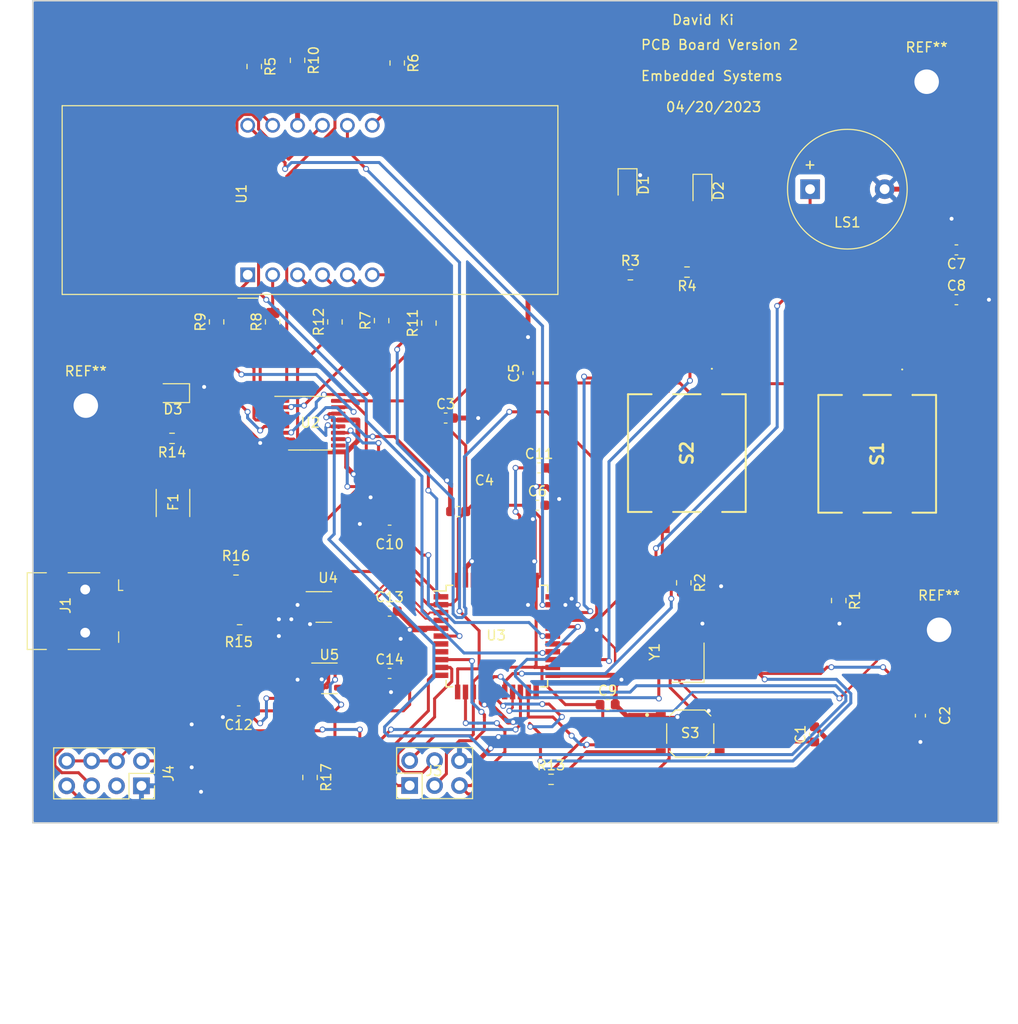
<source format=kicad_pcb>
(kicad_pcb (version 20221018) (generator pcbnew)
  (layers (0 "F.Cu" signal) (31 "B.Cu" signal) (34 "B.Paste" user) (35 "F.Paste" user) (36 "B.SilkS" user "B.Silkscreen") (37 "F.SilkS" user "F.Silkscreen") (38 "B.Mask" user) (39 "F.Mask" user) (44 "Edge.Cuts" user))
  (net 0 "")
  (net 1 "GND")
  (net 2 "Net-(D1-A)")
  (net 3 "Net-(D2-A)")
  (net 4 "+5V")
  (net 5 "Buzzer")
  (net 6 "Button_1")
  (net 7 "Button_2")
  (net 8 "RED_LED")
  (net 9 "GREEN_LED")
  (net 10 "a")
  (net 11 "Net-(U1-a)")
  (net 12 "b")
  (net 13 "Net-(U1-b)")
  (net 14 "c")
  (net 15 "Net-(U1-c)")
  (net 16 "d")
  (net 17 "Net-(U1-d)")
  (net 18 "e")
  (net 19 "Net-(U1-e)")
  (net 20 "f")
  (net 21 "Net-(U1-f)")
  (net 22 "g")
  (net 23 "Net-(U1-g)")
  (net 24 "dp")
  (net 25 "Net-(U1-DPX)")
  (net 30 "Dig4")
  (net 31 "Dig3")
  (net 32 "Dig2")
  (net 33 "Dig1")
  (net 35 "SH_CP")
  (net 36 "ST_CP")
  (net 37 "DS")
  (net 38 "XTAL2")
  (net 39 "XTAL1")
  (net 40 "RST")
  (net 41 "UCAP")
  (net 42 "AREF")
  (net 43 "Net-(U5-BP)")
  (net 44 "+3.3V")
  (net 47 "Net-(J1-D-)")
  (net 48 "Net-(J1-D+)")
  (net 49 "MISO")
  (net 50 "SCK")
  (net 51 "MOSI")
  (net 52 "TX")
  (net 54 "Net-(J4-Pin_5)")
  (net 56 "RX")
  (net 57 "USB_CONN_D+")
  (net 58 "USB_D-")
  (net 59 "USB_D+")
  (net 66 "Net-(D3-A)")
  (net 67 "Net-(J1-VBUS)")
  (footprint "Resistor_SMD:R_0805_2012Metric" (layer "F.Cu") (at 46.355 121.095 -90)
    (fp_text reference "R17")
    (fp_text value "10k")
  )
  (footprint "LED_SMD:LED_0805_2012Metric" (layer "F.Cu") (at 32.385 81.915 180)
    (fp_text reference "D3")
    (fp_text value "LED")
  )
  (footprint "Capacitor_SMD:C_0603_1608Metric" (layer "F.Cu") (at 60.185 84.455)
    (fp_text reference "C3")
    (fp_text value "0.1uF")
  )
  (footprint "LED_SMD:LED_0805_2012Metric" (layer "F.Cu") (at 86.36 61.2925 -90)
    (fp_text reference "D2")
    (fp_text value "LED")
  )
  (footprint "Capacitor_SMD:C_0603_1608Metric" (layer "F.Cu") (at 68.58 79.87 90)
    (fp_text reference "C5")
    (fp_text value "0.1uF")
  )
  (footprint "Resistor_SMD:R_0805_2012Metric" (layer "F.Cu") (at 45.085 47.9825 -90)
    (fp_text reference "R10")
    (fp_text value "100")
  )
  (footprint "Resistor_SMD:R_0805_2012Metric" (layer "F.Cu") (at 100.258335 103.059353 -90)
    (fp_text reference "R1")
    (fp_text value "10k")
  )
  (footprint "Resistor_SMD:R_0805_2012Metric" (layer "F.Cu") (at 55.245 48.26 -90)
    (fp_text reference "R6")
    (fp_text value "100")
  )
  (footprint "Connector_USB:USB_Mini-B_Lumberg_2486_01_Horizontal" (layer "F.Cu") (at 23.435 104.135 -90)
    (fp_text reference "J1")
    (fp_text value "USB_B_Mini")
  )
  (footprint "Resistor_SMD:R_0603_1608Metric" (layer "F.Cu") (at 79.0175 69.85)
    (fp_text reference "R3")
    (fp_text value "330")
  )
  (footprint "Resistor_SMD:R_0805_2012Metric" (layer "F.Cu") (at 40.667277 48.6175 -90)
    (fp_text reference "R5")
    (fp_text value "100")
  )
  (footprint "Resistor_SMD:R_0805_2012Metric" (layer "F.Cu") (at 42.545 74.6525 90)
    (fp_text reference "R8")
    (fp_text value "100")
  )
  (footprint "Capacitor_SMD:C_0603_1608Metric" (layer "F.Cu") (at 76.695 113.665)
    (fp_text reference "C9")
    (fp_text value "0.1uF")
  )
  (footprint "Resistor_SMD:R_0805_2012Metric" (layer "F.Cu") (at 84.459401 101.249623 -90)
    (fp_text reference "R2")
    (fp_text value "10k")
  )
  (footprint "Display_7Segment:CA56-12EWA" (layer "F.Cu") (at 40.005 69.85 90)
    (fp_text reference "U1")
    (fp_text value "CA56-12EWA")
  )
  (footprint "Package_SO:TSSOP-16_4.4x5mm_P0.65mm" (layer "F.Cu") (at 46.364965 84.978067)
    (fp_text reference "U2")
    (fp_text value "74HC595")
  )
  (footprint "Capacitor_SMD:C_0603_1608Metric" (layer "F.Cu") (at 69.71 89.535)
    (fp_text reference "C11")
    (fp_text value "0.1uF")
  )
  (footprint "Resistor_SMD:R_0603_1608Metric" (layer "F.Cu") (at 32.289036 86.524538 180)
    (fp_text reference "R14")
    (fp_text value "1k")
  )
  (footprint "Capacitor_SMD:C_0603_1608Metric" (layer "F.Cu") (at 69.535 93.345)
    (fp_text reference "C6")
    (fp_text value "0.1uF")
  )
  (footprint "Capacitor_SMD:C_0603_1608Metric" (layer "F.Cu") (at 97.79 116.7 90)
    (fp_text reference "C1")
    (fp_text value "22pF")
  )
  (footprint "Resistor_SMD:R_0805_2012Metric" (layer "F.Cu") (at 36.83 74.6525 90)
    (fp_text reference "R9")
    (fp_text value "100")
  )
  (footprint "Capacitor_SMD:C_0603_1608Metric" (layer "F.Cu") (at 112.255 72.39)
    (fp_text reference "C8")
    (fp_text value "0.1uF")
  )
  (footprint "Resistor_SMD:R_0805_2012Metric" (layer "F.Cu") (at 58.474704 74.775236 90)
    (fp_text reference "R11")
    (fp_text value "100")
  )
  (footprint "Package_TO_SOT_SMD:SOT-23-5" (layer "F.Cu") (at 48.329212 110.989174)
    (fp_text reference "U5")
    (fp_text value "LP2985-3.3")
  )
  (footprint "Connector_PinSocket_2.54mm:PinSocket_2x04_P2.54mm_Vertical" (layer "F.Cu") (at 29.169549 121.947651 -90)
    (fp_text reference "J4")
    (fp_text value "ESP_Conn")
  )
  (footprint "Resistor_SMD:R_0603_1608Metric" (layer "F.Cu") (at 84.789034 69.572325 180)
    (fp_text reference "R4")
    (fp_text value "330")
  )
  (footprint "Capacitor_SMD:C_0603_1608Metric" (layer "F.Cu") (at 112.255 67.31 180)
    (fp_text reference "C7")
    (fp_text value "0.1uF")
  )
  (footprint "PTS125_SMD_Button:PTS125_SMD_Button" (layer "F.Cu") (at 84.774904 88.027421 -90)
    (fp_text reference "S2")
    (fp_text value "PTS125SM43SMTR21M_LFS" hide)
  )
  (footprint "Capacitor_SMD:C_0603_1608Metric" (layer "F.Cu") (at 54.47 95.885 180)
    (fp_text reference "C10")
    (fp_text value "1uF")
  )
  (footprint "MountingHole:MountingHole_2.5mm" (layer "F.Cu") (at 23.495 83.185)
    (fp_text reference "REF**")
    (fp_text value "MountingHole_2.5mm")
  )
  (footprint "Capacitor_SMD:C_0603_1608Metric" (layer "F.Cu") (at 39.085 114.305 180)
    (fp_text reference "C12")
    (fp_text value "1uF")
  )
  (footprint "Capacitor_SMD:C_0603_1608Metric" (layer "F.Cu") (at 61.455 93.98 180)
    (fp_text reference "C4")
    (fp_text value "10uF")
  )
  (footprint "Resistor_SMD:R_0805_2012Metric" (layer "F.Cu") (at 48.895 74.6525 90)
    (fp_text reference "R12")
    (fp_text value "100")
  )
  (footprint "MountingHole:MountingHole_2.5mm" (layer "F.Cu") (at 109.22 50.165)
    (fp_text reference "REF**")
    (fp_text value "MountingHole_2.5mm")
  )
  (footprint "Crystal:Crystal_SMD_Abracon_ABM8G-4Pin_3.2x2.5mm" (layer "F.Cu") (at 84.875 109.39 90)
    (fp_text reference "Y1")
    (fp_text value "16MHz")
  )
  (footprint "LED_SMD:LED_0805_2012Metric" (layer "F.Cu") (at 78.725 60.7225 -90)
    (fp_text reference "D1")
    (fp_text value "LED")
  )
  (footprint "Resistor_SMD:R_0603_1608Metric" (layer "F.Cu") (at 38.809446 99.935555)
    (fp_text reference "R16")
    (fp_text value "22")
  )
  (footprint "Package_TO_SOT_SMD:SOT-23-6" (layer "F.Cu") (at 47.757189 103.712287)
    (fp_text reference "U4")
    (fp_text value "USBLC6-2SC6")
  )
  (footprint "Buzzer_Beeper:Buzzer_12x9.5RM7.6" (layer "F.Cu") (at 97.335439 61.120439)
    (fp_text reference "LS1")
    (fp_text value "Speaker")
  )
  (footprint "Capacitor_SMD:C_0603_1608Metric" (layer "F.Cu") (at 108.585 114.795 -90)
    (fp_text reference "C2")
    (fp_text value "22pF")
  )
  (footprint "Resistor_SMD:R_0603_1608Metric" (layer "F.Cu") (at 39.18 106.045)
    (fp_text reference "R15")
    (fp_text value "22")
  )
  (footprint "Fuse:Fuse_1812_4532Metric" (layer "F.Cu") (at 32.385 93.1125 90)
    (fp_text reference "F1")
    (fp_text value "PTCSMD")
  )
  (footprint "Capacitor_SMD:C_0603_1608Metric" (layer "F.Cu") (at 54.47 104.14)
    (fp_text reference "C13")
    (fp_text value "10nF")
  )
  (footprint "Connector_PinHeader_2.54mm:PinHeader_2x03_P2.54mm_Vertical" (layer "F.Cu") (at 56.515 121.92 90)
    (fp_text reference "J3")
    (fp_text value "AVR-ISP-6")
  )
  (footprint "Capacitor_SMD:C_0603_1608Metric" (layer "F.Cu") (at 54.47 110.49)
    (fp_text reference "C14")
    (fp_text value "2.2uF")
  )
  (footprint "Resistor_SMD:R_0603_1608Metric" (layer "F.Cu") (at 70.93 121.285)
    (fp_text reference "R13")
    (fp_text value "10k")
  )
  (footprint "PTS526_SMD_Button:PTS526_SMD_Button" (layer "F.Cu") (at 85.11806 116.61898)
    (fp_text reference "S3")
    (fp_text value "PTS526_SM08_SMTR2_LFS")
  )
  (footprint "Package_QFP:TQFP-44_10x10mm_P0.8mm" (layer "F.Cu") (at 65.405 106.68)
    (fp_text reference "U3")
    (fp_text value "ATmega32U4-A")
  )
  (footprint "PTS125_SMD_Button:PTS125_SMD_Button" (layer "F.Cu") (at 104.18 88.1 -90)
    (fp_text reference "S1")
    (fp_text value "PTS125SM43SMTR21M_LFS" hide)
  )
  (footprint "Resistor_SMD:R_0805_2012Metric" (layer "F.Cu") (at 53.653525 74.52149 90)
    (fp_text reference "R7")
    (fp_text value "100")
  )
  (footprint "MountingHole:MountingHole_2.5mm" (layer "F.Cu") (at 110.49 106.045)
    (fp_text reference "REF**")
    (fp_text value "MountingHole_2.5mm")
  )
  (gr_rect (start 18.0975 41.91) (end 116.5225 125.73) (stroke (width 0.15)) (fill none) (layer "Edge.Cuts"))
  (gr_text "David Ki\n" (at 83.185 44.45) (layer "F.SilkS") (effects (font (size 1 1)) (justify left bottom)))
  (gr_text "PCB Board Version 2" (at 80.01 46.99) (layer "F.SilkS") (effects (font (size 1 1)) (justify left bottom)))
  (gr_text "Embedded Systems" (at 80.01 50.165) (layer "F.SilkS") (effects (font (size 1 1)) (justify left bottom)))
  (gr_text "04/20/2023" (at 82.55 53.34) (layer "F.SilkS") (effects (font (size 1 1)) (justify left bottom)))
  (segment (start 85.725 106.045) (end 86.36 105.41) (width 0.5) (layer "F.Cu") (net 1))
  (segment (start 76.258884 110.68) (end 71.105 110.68) (width 0.25) (layer "F.Cu") (net 1))
  (segment (start 84.934024 101.6) (end 84.459401 102.074623) (width 0.25) (layer "F.Cu") (net 1))
  (segment (start 78.74 114.935) (end 77.47 113.665) (width 0.5) (layer "F.Cu") (net 1))
  (segment (start 50.092782 87.903067) (end 51.236933 86.758916) (width 0.5) (layer "F.Cu") (net 1))
  (segment (start 38.31 111.55) (end 43.18 106.68) (width 0.305) (layer "F.Cu") (net 1))
  (segment (start 88.265 101.6) (end 84.934024 101.6) (width 0.25) (layer "F.Cu") (net 1))
  (segment (start 75.574511 106.054511) (end 77.46 107.94) (width 0.25) (layer "F.Cu") (net 1))
  (segment (start 78.725 59.785) (end 79.915 59.785) (width 0.25) (layer "F.Cu") (net 1))
  (segment (start 56.518534 106.041466) (end 57.153534 106.041466) (width 0.5) (layer "F.Cu") (net 1))
  (segment (start 77.46 109.478884) (end 76.258884 110.68) (width 0.25) (layer "F.Cu") (net 1))
  (segment (start 71.755 90.805) (end 70.485 89.535) (width 0.5) (layer "F.Cu") (net 1))
  (segment (start 71.755 92.71) (end 71.755 90.805) (width 0.5) (layer "F.Cu") (net 1))
  (segment (start 44.45 104.966787) (end 44.45 108.165) (width 0.305) (layer "F.Cu") (net 1))
  (segment (start 68.605 100.98) (end 68.605 99.67) (width 0.5) (layer "F.Cu") (net 1))
  (segment (start 84.459401 102.074623) (end 86.36 103.975222) (width 0.25) (layer "F.Cu") (net 1))
  (segment (start 63.805 113.335) (end 64.135 113.665) (width 0.5) (layer "F.Cu") (net 1))
  (segment (start 44.45 108.165) (end 38.31 114.305) (width 0.305) (layer "F.Cu") (net 1))
  (segment (start 83.185 59.69) (end 83.85 60.355) (width 0.25) (layer "F.Cu") (net 1))
  (segment (start 58.09 106.045) (end 57.15 106.045) (width 0.5) (layer "F.Cu") (net 1))
  (segment (start 84.025 111.33) (end 84.025 110.49) (width 0.25) (layer "F.Cu") (net 1))
  (segment (start 49.227465 84.653067) (end 51.236933 84.653067) (width 0.5) (layer "F.Cu") (net 1))
  (segment (start 77.47 113.665) (end 77.47 111.76) (width 0.5) (layer "F.Cu") (net 1))
  (segment (start 32.385 114.3) (end 33.025 114.94) (width 0.5) (layer "F.Cu") (net 1))
  (segment (start 69.405 91.44) (end 70.485 91.44) (width 0.5) (layer "F.Cu") (net 1))
  (segment (start 77.46 107.94) (end 77.46 109.478884) (width 0.25) (layer "F.Cu") (net 1))
  (segment (start 44.152465 87.903067) (end 50.092782 87.903067) (width 0.5) (layer "F.Cu") (net 1))
  (segment (start 35.56 81.28) (end 41.533067 87.253067) (width 0.5) (layer "F.Cu") (net 1))
  (segment (start 45.085 111.125) (end 41.49 111.125) (width 0.5) (layer "F.Cu") (net 1))
  (segment (start 55.245 108.585) (end 54.61 107.95) (width 0.5) (layer "F.Cu") (net 1))
  (segment (start 63.5 119.38) (end 64.77 118.11) (width 0.5) (layer "F.Cu") (net 1))
  (segment (start 36.932 115.683) (end 38.31 114.305) (width 0.305) (layer "F.Cu") (net 1))
  (segment (start 56.985 105.88) (end 59.705 105.88) (width 0.5) (layer "F.Cu") (net 1))
  (segment (start 111.76 64.135) (end 108.745439 61.120439) (width 0.5) (layer "F.Cu") (net 1))
  (segment (start 71.105 110.68) (end 77.66 110.68) (width 0.5) (layer "F.Cu") (net 1))
  (segment (start 97.79 115.925) (end 99.34 117.475) (width 0.5) (layer "F.Cu") (net 1))
  (segment (start 60.68 93.98) (end 60.68 91.16) (width 0.5) (layer "F.Cu") (net 1))
  (segment (start 64.77 113.665) (end 64.135 113.665) (width 0.5) (layer "F.Cu") (net 1))
  (segment (start 67.068284 115.442913) (end 66.547913 115.442913) (width 0.5) (layer "F.Cu") (net 1))
  (segment (start 64.77 117.778704) (end 65.5705 116.978204) (width 0.5) (layer "F.Cu") (net 1))
  (segment (start 68.605 100.98) (end 68.605 103.48) (width 0.5) (layer "F.Cu") (net 1))
  (segment (start 108.745439 61.120439) (end 104.935439 61.120439) (width 0.5) (layer "F.Cu") (net 1))
  (segment (start 34.29 115.683) (end 36.932 115.683) (width 0.305) (layer "F.Cu") (net 1))
  (segment (start 68.58 79.095) (end 68.58 76.2) (width 0.5) (layer "F.Cu") (net 1))
  (segment (start 54.61 111.125) (end 55.245 110.49) (width 0.5) (layer "F.Cu") (net 1))
  (segment (start 41.533067 87.253067) (end 43.502465 87.253067) (width 0.5) (layer "F.Cu") (net 1))
  (segment (start 33.025 114.94) (end 37.47 114.94) (width 0.5) (layer "F.Cu") (net 1))
  (segment (start 63.805 112.38) (end 63.805 113.505) (width 0.5) (layer "F.Cu") (net 1))
  (segment (start 53.695 95.885) (end 52.07 95.885) (width 0.5) (layer "F.Cu") (net 1))
  (segment (start 45.085 111.125) (end 45.085 106.045) (width 0.5) (layer "F.Cu") (net 1))
  (segment (start 55.245 104.14) (end 56.985 105.88) (width 0.5) (layer "F.Cu") (net 1))
  (segment (start 70.485 91.44) (end 71.755 92.71) (width 0.5) (layer "F.Cu") (net 1))
  (segment (start 83.208235 59.69) (end 86.236576 56.661659) (width 0.25) (layer "F.Cu") (net 1))
  (segment (start 35.2425 122.555) (end 35.2425 121.012151) (width 0.305) (layer "F.Cu") (net 1))
  (segment (start 35.2425 121.012151) (end 34.29 120.059651) (width 0.305) (layer "F.Cu") (net 1))
  (segment (start 68.605 103.48) (end 68.58 103.505) (width 0.5) (layer "F.Cu") (net 1))
  (segment (start 47.191712 110.989174) (end 47.446134 110.989174) (width 0.5) (layer "F.Cu") (net 1))
  (segment (start 34.635151 121.947651) (end 35.2425 122.555) (width 0.305) (layer "F.Cu") (net 1))
  (segment (start 73.643 103.505) (end 73.643 103.488) (width 0.25) (layer "F.Cu") (net 1))
  (segment (start 62.205 100.98) (end 62.205 99.72) (width 0.5) (layer "F.Cu") (net 1))
  (segment (start 78.74 114.935) (end 78.90602 114.76898) (width 0.5) (layer "F.Cu") (net 1))
  (segment (start 60.68 91.16) (end 60.325 90.805) (width 0.5) (layer "F.Cu") (net 1))
  (segment (start 45.085 106.045) (end 45.668213 105.461787) (width 0.5) (layer "F.Cu") (net 1))
  (segment (start 86.995 114.3) (end 84.025 111.33) (width 0.25) (layer "F.Cu") (net 1))
  (segment (start 58.255 105.88) (end 59.705 105.88) (width 0.5) (layer "F.Cu") (net 1))
  (segment (start 71.105 102.68) (end 72.835 102.68) (width 0.5) (layer "F.Cu") (net 1))
  (segment (start 26.135 105.735) (end 32.385 111.985) (width 0.5) (layer "F.Cu") (net 1))
  (segment (start 85.725 106.045) (end 85.725 108.29) (width 0.5) (layer "F.Cu") (net 1))
  (segment (start 47.191712 110.989174) (end 45.220826 110.989174) (width 0.5) (layer "F.Cu") (net 1))
  (segment (start 63.805 113.505) (end 63.953644 113.653644) (width 0.5) (layer "F.Cu") (net 1))
  (segment (start 52.07 95.885) (end 51.435 95.25) (width 0.5) (layer "F.Cu") (net 1))
  (segment (start 111.48 64.415) (end 111.76 64.135) (width 0.5) (layer "F.Cu") (net 1))
  (segment (start 80.01 59.69) (end 83.185 59.69) (width 0.25) (layer "F.Cu") (net 1))
  (segment (start 78.82 59.69) (end 78.725 59.785) (width 0.25) (layer "F.Cu") (net 1))
  (segment (start 38.31 114.305) (end 38.31 111.55) (width 0.305) (layer "F.Cu") (net 1))
  (segment (start 80.01 59.69) (end 75.565 59.69) (width 0.25) (layer "F.Cu") (net 1))
  (segment (start 64.77 118.11) (end 64.77 117.778704) (width 0.5) (layer "F.Cu") (net 1))
  (segment (start 44.45 104.966787) (end 43.18 104.966787) (width 0.305) (layer "F.Cu") (net 1))
  (segment (start 72.835 102.68) (end 73.025 102.87) (width 0.5) (layer "F.Cu") (net 1))
  (segment (start 63.805 112.38) (end 63.805 113.335) (width 0.5) (layer "F.Cu") (net 1))
  (segment (start 79.915 59.785) (end 80.01 59.69) (width 0.25) (layer "F.Cu") (net 1))
  (segment (start 70.485 93.345) (end 71.12 93.345) (width 0.5) (layer "F.Cu") (net 1))
  (segment (start 41.49 111.125) (end 38.31 114.305) (width 0.5) (layer "F.Cu") (net 1))
  (segment (start 111.48 67.31) (end 111.48 64.415) (width 0.5) (layer "F.Cu") (net 1))
  (segment (start 108.585 116.205) (end 108.585 117.475) (width 0.5) (layer "F.Cu") (net 1))
  (segment (start 69.215 94.897068) (end 69.073966 94.756034) (width 0.5) (layer "F.Cu") (net 1))
  (segment (start 108.585 115.57) (end 108.585 116.205) (width 0.5) (layer "F.Cu") (net 1))
  (segment (start 78.90602 114.76898) (end 82.11806 114.76898) (width 0.5) (layer "F.Cu") (net 1))
  (segment (start 58.255 105.88) (end 58.09 106.045) (width 0.5) (layer "F.Cu") (net 1))
  (segment (start 72.39 103.505) (end 72.39 102.84) (width 0.5) (layer "F.Cu") (net 1))
  (segment (start 68.58 76.2) (end 68.58 66.675) (width 0.5) (layer "F.Cu") (net 1))
  (segment (start 34.925 81.915) (end 35.56 81.28) (width 0.5) (layer "F.Cu") (net 1))
  (segment (start 73.643 103.488) (end 73.025 102.87) (width 0.25) (layer "F.Cu") (net 1))
  (segment (start 69.215 99.06) (end 69.215 94.897068) (width 0.5) (layer "F.Cu") (net 1))
  (segment (start 41.533067 87.253067) (end 41.275 86.995) (width 0.5) (layer "F.Cu") (net 1))
  (segment (start 50.092782 89.462782) (end 50.092782 87.903067) (width 0.5) (layer "F.Cu") (net 1))
  (segment (start 75.565 59.69) (end 68.58 66.675) (width 0.25) (layer "F.Cu") (net 1))
  (segment (start 60.96 84.455) (end 63.5 84.455) (width 0.5) (layer "F.Cu") (net 1))
  (segment (start 50.8 90.17) (end 50.092782 89.462782) (width 0.5) (layer "F.Cu") (net 1))
  (segment (start 29.169549 121.947651) (end 34.635151 121.947651) (width 0.305) (layer "F.Cu") (net 1))
  (segment (start 33.3225 81.915) (end 34.925 81.915) (width 0.5) (layer "F.Cu") (net 1))
  (segment (start 61.595 119.38) (end 63.5 119.38) (width 0.5) (layer "F.Cu") (net 1))
  (segment (start 54.61 107.95) (end 55.596466 106.963534) (width 0.5) (layer "F.Cu") (net 1))
  (segment (start 83.82 114.935) (end 82.28408 114.935) (width 0.25) (layer "F.Cu") (net 1))
  (segment (start 54.61 112.395) (end 54.61 111.125) (width 0.5) (layer "F.Cu") (net 1))
  (segment (start 32.385 111.985) (end 32.385 114.3) (width 0.5) (layer "F.Cu") (net 1))
  (segment (start 86.236576 56.661659) (end 86.236576 59.836659) (width 0.5) (layer "F.Cu") (net 1))
  (segment (start 77.66 110.68) (end 78.105 111.125) (width 0.5) (layer "F.Cu") (net 1))
  (segment (start 51.435 93.632068) (end 52.531034 92.536034) (width 0.5) (layer "F.Cu") (net 1))
  (segment (start 100.476659 56.661659) (end 104.935439 61.120439) (width 0.5) (layer "F.Cu") (net 1))
  (segment (start 100.258335 105.338335) (end 100.33 105.41) (width 0.5) (layer "F.Cu") (net 1))
  (segment (start 51.435 95.25) (end 51.435 93.632068) (width 0.5) (layer "F.Cu") (net 1))
  (segment (start 71.12 93.345) (end 71.755 92.71) (width 0.5) (layer "F.Cu") (net 1))
  (segment (start 99.34 117.475) (end 108.585 117.475) (width 0.5) (layer "F.Cu") (net 1))
  (segment (start 45.085 103.505) (end 46.412402 103.505) (width 0.305) (layer "F.Cu") (net 1))
  (segment (start 72.23 102.68) (end 71.105 102.68) (width 0.5) (layer "F.Cu") (net 1))
  (segment (start 55.245 110.49) (end 55.245 108.585) (width 0.5) (layer "F.Cu") (net 1))
  (segment (start 66.547913 115.442913) (end 64.77 113.665) (width 0.5) (layer "F.Cu") (net 1))
  (segment (start 113.03 72.39) (end 115.57 72.39) (width 0.5) (layer "F.Cu") (net 1))
  (segment (start 46.412402 103.505) (end 46.619689 103.712287) (width 0.305) (layer "F.Cu") (net 1))
  (segment (start 37.47 114.94) (end 38.105 114.305) (width 0.5) (layer "F.Cu") (net 1))
  (segment (start 43.502465 87.253067) (end 44.152465 87.903067) (width 0.5) (layer "F.Cu") (net 1))
  (segment (start 86.36 103.975222) (end 86.36 105.41) (width 0.25) (layer "F.Cu") (net 1))
  (segment (start 86.236576 56.661659) (end 100.476659 56.661659) (width 0.5) (layer "F.Cu") (net 1))
  (segment (start 72.39 102.84) (end 72.23 102.68) (width 0.5) (layer "F.Cu") (net 1))
  (segment (start 45.220826 110.989174) (end 45.085 111.125) (width 0.5) (layer "F.Cu") (net 1))
  (segment (start 82.28408 114.935) (end 82.11806 114.76898) (width 0.25) (layer "F.Cu") (net 1))
  (segment (start 83.85 60.355) (end 86.36 60.355) (width 0.25) (layer "F.Cu") (net 1))
  (segment (start 45.668213 105.461787) (end 46.355 105.461787) (width 0.5) (layer "F.Cu") (net 1))
  (segment (start 51.236933 86.758916) (end 51.236933 84.653067) (width 0.5) (layer "F.Cu") (net 1))
  (segment (start 47.446134 110.989174) (end 47.54446 111.0875) (width 0.5) (layer "F.Cu") (net 1))
  (segment (start 77.47 111.76) (end 78.105 111.125) (width 0.5) (layer "F.Cu") (net 1))
  (segment (start 68.605 99.67) (end 69.215 99.06) (width 0.5) (layer "F.Cu") (net 1))
  (segment (start 62.205 99.72) (end 62.865 99.06) (width 0.5) (layer "F.Cu") (net 1))
  (segment (start 100.258335 103.884353) (end 100.258335 105.338335) (width 0.5) (layer "F.Cu") (net 1))
  (via (at 46.355 105.461787) (size 0.6) (drill 0.4) (layers "F.Cu" "B.Cu") (net 1))
  (via (at 34.29 120.059651) (size 0.6) (drill 0.4) (layers "F.Cu" "B.Cu") (net 1))
  (via (at 69.215 99.06) (size 0.6) (drill 0.4) (layers "F.Cu" "B.Cu") (net 1))
  (via (at 100.33 105.41) (size 0.6) (drill 0.4) (layers "F.Cu" "B.Cu") (net 1))
  (via (at 86.36 105.41) (size 0.6) (drill 0.4) (layers "F.Cu" "B.Cu") (net 1))
  (via (at 43.18 106.68) (size 0.6) (drill 0.4) (layers "F.Cu" "B.Cu") (net 1))
  (via (at 35.2425 122.555) (size 0.6) (drill 0.4) (layers "F.Cu" "B.Cu") (net 1))
  (via (at 68.58 103.505) (size 0.6) (drill 0.4) (layers "F.Cu" "B.Cu") (net 1))
  (via (at 34.29 115.683) (size 0.6) (drill 0.4) (layers "F.Cu" "B.Cu") (net 1))
  (via (at 56.518534 106.041466) (size 0.6) (drill 0.4) (layers "F.Cu" "B.Cu") (net 1))
  (via (at 63.5 84.455) (size 0.6) (drill 0.4) (layers "F.Cu" "B.Cu") (net 1))
  (via (at 55.596466 106.963534) (size 0.6) (drill 0.4) (layers "F.Cu" "B.Cu") (net 1))
  (via (at 83.82 114.935) (size 0.6) (drill 0.4) (layers "F.Cu" "B.Cu") (net 1))
  (via (at 45.085 111.125) (size 0.6) (drill 0.4) (layers "F.Cu" "B.Cu") (net 1))
  (via (at 88.265 101.6) (size 0.6) (drill 0.4) (layers "F.Cu" "B.Cu") (net 1))
  (via (at 80.01 59.69) (size 0.6) (drill 0.4) (layers "F.Cu" "B.Cu") (net 1))
  (via (at 62.865 99.06) (size 0.6) (drill 0.4) (layers "F.Cu" "B.Cu") (net 1))
  (via (at 41.275 86.995) (size 0.6) (drill 0.4) (layers "F.Cu" "B.Cu") (net 1))
  (via (at 43.18 104.966787) (size 0.6) (drill 0.4) (layers "F.Cu" "B.Cu") (net 1))
  (via (at 51.435 95.25) (size 0.6) (drill 0.4) (layers "F.Cu" "B.Cu") (net 1))
  (via (at 78.105 111.125) (size 0.6) (drill 0.4) (layers "F.Cu" "B.Cu") (net 1))
  (via (at 64.77 118.11) (size 0.6) (drill 0.4) (layers "F.Cu" "B.Cu") (net 1))
  (via (at 68.58 76.2) (size 0.6) (drill 0.4) (layers "F.Cu" "B.Cu") (net 1))
  (via (at 108.585 117.475) (size 0.6) (drill 0.4) (layers "F.Cu" "B.Cu") (net 1))
  (via (at 54.61 112.395) (size 0.6) (drill 0.4) (layers "F.Cu" "B.Cu") (net 1))
  (via (at 71.755 92.71) (size 0.6) (drill 0.4) (layers "F.Cu" "B.Cu") (net 1))
  (via (at 45.085 103.505) (size 0.6) (drill 0.4) (layers "F.Cu" "B.Cu") (net 1))
  (via (at 60.325 90.805) (size 0.6) (drill 0.4) (layers "F.Cu" "B.Cu") (net 1))
  (via (at 44.45 104.966787) (size 0.6) (drill 0.4) (layers "F.Cu" "B.Cu") (net 1))
  (via (at 52.531034 92.536034) (size 0.6) (drill 0.4) (layers "F.Cu" "B.Cu") (net 1))
  (via (at 50.8 90.17) (size 0.6) (drill 0.4) (layers "F.Cu" "B.Cu") (net 1))
  (via (at 73.643 103.505) (size 0.6) (drill 0.4) (layers "F.Cu" "B.Cu") (net 1))
  (via (at 75.574511 106.054511) (size 0.6) (drill 0.4) (layers "F.Cu" "B.Cu") (net 1))
  (via (at 86.995 114.3) (size 0.6) (drill 0.4) (layers "F.Cu" "B.Cu") (net 1))
  (via (at 64.135 113.665) (size 0.6) (drill 0.4) (layers "F.Cu" "B.Cu") (net 1))
  (via (at 65.5705 116.978204) (size 0.6) (drill 0.4) (layers "F.Cu" "B.Cu") (net 1))
  (via (at 47.54446 111.0875) (size 0.6) (drill 0.4) (layers "F.Cu" "B.Cu") (net 1))
  (via (at 111.76 64.135) (size 0.6) (drill 0.4) (layers "F.Cu" "B.Cu") (net 1))
  (via (at 73.025 102.87) (size 0.6) (drill 0.4) (layers "F.Cu" "B.Cu") (net 1))
  (via (at 35.56 81.28) (size 0.6) (drill 0.4) (layers "F.Cu" "B.Cu") (net 1))
  (via (at 37.47 114.94) (size 0.6) (drill 0.4) (layers "F.Cu" "B.Cu") (net 1))
  (via (at 67.068284 115.442913) (size 0.6) (drill 0.4) (layers "F.Cu" "B.Cu") (net 1))
  (via (at 72.39 103.505) (size 0.6) (drill 0.4) (layers "F.Cu" "B.Cu") (net 1))
  (via (at 69.073966 94.756034) (size 0.6) (drill 0.4) (layers "F.Cu" "B.Cu") (net 1))
  (via (at 69.405 91.44) (size 0.6) (drill 0.4) (layers "F.Cu" "B.Cu") (net 1))
  (via (at 115.57 72.39) (size 0.6) (drill 0.4) (layers "F.Cu" "B.Cu") (net 1))
  (segment (start 68.06 115.847873) (end 67.65504 115.442913) (width 0.5) (layer "B.Cu") (net 1))
  (segment (start 43.18 104.966787) (end 43.623213 104.966787) (width 0.305) (layer "B.Cu") (net 1))
  (segment (start 65.5705 116.978204) (end 67.597457 116.978204) (width 0.5) (layer "B.Cu") (net 1))
  (segment (start 43.18 106.68) (end 43.18 106.236787) (width 0.305) (layer "B.Cu") (net 1))
  (segment (start 46.355 105.461787) (end 46.355 104.497787) (width 0.5) (layer "B.Cu") (net 1))
  (segment (start 52.531034 92.536034) (end 52.531034 91.901034) (width 0.5) (layer "B.Cu") (net 1))
  (segment (start 43.623213 104.966787) (end 45.085 103.505) (width 0.305) (layer "B.Cu") (net 1))
  (segment (start 55.596466 106.963534) (end 56.518534 106.041466) (width 0.5) (layer "B.Cu") (net 1))
  (segment (start 69.073966 94.756034) (end 69.073966 91.771034) (width 0.5) (layer "B.Cu") (net 1))
  (segment (start 47.54446 111.0875) (end 48.25696 110.375) (width 0.5) (layer "B.Cu") (net 1))
  (segment (start 69.073966 91.771034) (end 69.405 91.44) (width 0.5) (layer "B.Cu") (net 1))
  (segment (start 68.58 103.505) (end 69.33 104.255) (width 0.5) (layer "B.Cu") (net 1))
  (segment (start 52.531034 91.901034) (end 50.8 90.17) (width 0.5) (layer "B.Cu") (net 1))
  (segment (start 86.995 114.3) (end 86.36 114.935) (width 0.25) (layer "B.Cu") (net 1))
  (segment (start 46.355 104.497787) (end 46.99 103.862787) (width 0.5) (layer "B.Cu") (net 1))
  (segment (start 67.597457 116.978204) (end 68.06 116.515661) (width 0.5) (layer "B.Cu") (net 1))
  (segment (start 48.25696 110.375) (end 52.59 110.375) (width 0.5) (layer "B.Cu") (net 1))
  (segment (start 75.574511 106.054511) (end 73.643 104.123) (width 0.25) (layer "B.Cu") (net 1))
  (segment (start 68.06 116.515661) (end 68.06 115.847873) (width 0.5) (layer "B.Cu") (net 1))
  (segment (start 67.65504 115.442913) (end 67.068284 115.442913) (width 0.5) (layer "B.Cu") (net 1))
  (segment (start 43.18 106.236787) (end 44.45 104.966787) (width 0.305) (layer "B.Cu") (net 1))
  (segment (start 69.33 104.255) (end 71.64 104.255) (width 0.5) (layer "B.Cu") (net 1))
  (segment (start 86.36 114.935) (end 83.82 114.935) (width 0.25) (layer "B.Cu") (net 1))
  (segment (start 73.643 104.123) (end 73.643 103.505) (width 0.25) (layer "B.Cu") (net 1))
  (segment (start 71.64 104.255) (end 72.39 103.505) (width 0.5) (layer "B.Cu") (net 1))
  (segment (start 52.59 110.375) (end 54.61 112.395) (width 0.5) (layer "B.Cu") (net 1))
  (segment (start 34.29 120.059651) (end 34.29 115.683) (width 0.305) (layer "B.Cu") (net 1))
  (segment (start 78.725 61.66) (end 79.93 62.865) (width 0.25) (layer "F.Cu") (net 2))
  (segment (start 79.93 62.865) (end 79.93 69.85) (width 0.25) (layer "F.Cu") (net 2))
  (segment (start 84.097675 69.572325) (end 83.876534 69.572325) (width 0.25) (layer "F.Cu") (net 3))
  (segment (start 86.36 67.31) (end 84.097675 69.572325) (width 0.25) (layer "F.Cu") (net 3))
  (segment (start 86.36 62.23) (end 86.36 67.31) (width 0.25) (layer "F.Cu") (net 3))
  (segment (start 48.080826 111.939174) (end 48.26 111.76) (width 0.305) (layer "F.Cu") (net 4))
  (segment (start 111.48 68.86) (end 113.03 67.31) (width 0.305) (layer "F.Cu") (net 4))
  (segment (start 60.76 103.48) (end 61.405 102.835) (width 0.305) (layer "F.Cu") (net 4))
  (segment (start 47.6425 99.0775) (end 47.6425 107.412) (width 0.305) (layer "F.Cu") (net 4))
  (segment (start 47.879689 102.404145) (end 50.186315 100.097519) (width 0.305) (layer "F.Cu") (net 4))
  (segment (start 32.385 90.975) (end 33.201536 90.158464) (width 0.305) (layer "F.Cu") (net 4))
  (segment (start 47.191712 111.939174) (end 48.080826 111.939174) (width 0.305) (layer "F.Cu") (net 4))
  (segment (start 69.8675 94.6275) (end 69.8675 100.5175) (width 0.305) (layer "F.Cu") (net 4))
  (segment (start 61.405 102.835) (end 61.405 100.98) (width 0.305) (layer "F.Cu") (net 4))
  (segment (start 45.72 97.155) (end 47.6425 99.0775) (width 0.305) (layer "F.Cu") (net 4))
  (segment (start 47.614854 110.039174) (end 47.191712 110.039174) (width 0.305) (layer "F.Cu") (net 4))
  (segment (start 33.201536 90.158464) (end 33.201536 86.524538) (width 0.305) (layer "F.Cu") (net 4))
  (segment (start 46.524028 113.03) (end 41.91 113.03) (width 0.305) (layer "F.Cu") (net 4))
  (segment (start 48.687402 103.505) (end 48.894689 103.712287) (width 0.305) (layer "F.Cu") (net 4))
  (segment (start 70.105 121.285) (end 75.185 116.205) (width 0.305) (layer "F.Cu") (net 4))
  (segment (start 71.105 109.88) (end 70.05 109.88) (width 0.305) (layer "F.Cu") (net 4))
  (segment (start 56.282519 100.097519) (end 57.785 101.6) (width 0.305) (layer "F.Cu") (net 4))
  (segment (start 47.634689 104.549145) (end 48.471547 103.712287) (width 0.305) (layer "F.Cu") (net 4))
  (segment (start 59.41 84.455) (end 62.23 87.275) (width 0.305) (layer "F.Cu") (net 4))
  (segment (start 51.435 91.44) (end 45.72 97.155) (width 0.305) (layer "F.Cu") (net 4))
  (segment (start 48.471547 103.712287) (end 47.879689 103.120429) (width 0.305) (layer "F.Cu") (net 4))
  (segment (start 49.227465 86.603067) (end 50.158459 86.603067) (width 0.305) (layer "F.Cu") (net 4))
  (segment (start 49.227465 82.703067) (end 50.605842 82.703067) (width 0.305) (layer "F.Cu") (net 4))
  (segment (start 70.05 109.88) (end 70.0025 109.9275) (width 0.305) (layer "F.Cu") (net 4))
  (segment (start 69.215 109.855) (end 69.24 109.88) (width 0.305) (layer "F.Cu") (net 4))
  (segment (start 75.185 116.205) (end 76.2 116.205) (width 0.305) (layer "F.Cu") (net 4))
  (segment (start 68.585 93.345) (end 69.8675 94.6275) (width 0.305) (layer "F.Cu") (net 4))
  (segment (start 57.785 102.87) (end 58.395 103.48) (width 0.305) (layer "F.Cu") (net 4))
  (segment (start 52.0875 90.7875) (end 51.435 91.44) (width 0.305) (layer "F.Cu") (net 4))
  (segment (start 84.052421 80.877421) (end 86.995 83.82) (width 0.305) (layer "F.Cu") (net 4))
  (segment (start 63.22 80.645) (end 59.41 84.455) (width 0.305) (layer "F.Cu") (net 4))
  (segment (start 111.48 72.39) (end 111.48 68.86) (width 0.305) (layer "F.Cu") (net 4))
  (segment (start 70.0025 111.2775) (end 72.39 113.665) (width 0.305) (layer "F.Cu") (net 4))
  (segment (start 48.471547 103.712287) (end 48.894689 103.712287) (width 0.305) (layer "F.Cu") (net 4))
  (segment (start 47.634689 100.957691) (end 47.634689 103.505) (width 0.305) (layer "F.Cu") (net 4))
  (segment (start 103.835 80.95) (end 101.68 80.95) (width 0.305) (layer "F.Cu") (net 4))
  (segment (start 72.39 113.665) (end 75.92 113.665) (width 0.305) (layer "F.Cu") (net 4))
  (segment (start 33.201536 86.524538) (end 47.634689 100.957691) (width 0.305) (layer "F.Cu") (net 4))
  (segment (start 62.23 87.275) (end 62.23 93.98) (width 0.305) (layer "F.Cu") (net 4))
  (segment (start 70.0025 109.9275) (end 70.0025 111.2775) (width 0.305) (layer "F.Cu") (net 4))
  (segment (start 47.634689 109.596197) (end 47.634689 104.549145) (width 0.305) (layer "F.Cu") (net 4))
  (segment (start 61.4825 94.7275) (end 62.23 93.98) (width 0.305) (layer "F.Cu") (net 4))
  (segment (start 47.6425 107.412) (end 48.206712 107.976212) (width 0.305) (layer "F.Cu") (net 4))
  (segment (start 64.475 109.855) (end 69.215 109.855) (width 0.305) (layer "F.Cu") (net 4))
  (segment (start 41.125 115.57) (end 39.86 114.305) (width 0.305) (layer "F.Cu") (net 4))
  (segment (start 50.158459 86.603067) (end 50.243936 86.688544) (width 0.305) (layer "F.Cu") (net 4))
  (segment (start 44.825886 114.305) (end 47.191712 111.939174) (width 0.305) (layer "F.Cu") (net 4))
  (segment (start 47.879689 103.120429) (end 47.879689 102.404145) (width 0.305) (layer "F.Cu") (net 4))
  (segment (start 48.26 111.76) (end 48.26 110.68432) (width 0.305) (layer "F.Cu") (net 4))
  (segment (start 76.2 116.205) (end 76.2 113.945) (width 0.305) (layer "F.Cu") (net 4))
  (segment (start 62.23 93.98) (end 62.865 93.345) (width 0.305) (layer "F.Cu") (net 4))
  (segment (start 57.658067 82.703067) (end 59.41 84.455) (width 0.305) (layer "F.Cu") (net 4))
  (segment (start 47.191712 110.039174) (end 47.634689 109.596197) (width 0.305) (layer "F.Cu") (net 4))
  (segment (start 69.24 109.88) (end 71.105 109.88) (width 0.305) (layer "F.Cu") (net 4))
  (segment (start 58.395 103.48) (end 59.705 103.48) (width 0.305) (layer "F.Cu") (net 4))
  (segment (start 48.26 110.68432) (end 47.614854 110.039174) (width 0.305) (layer "F.Cu") (net 4))
  (segment (start 69.405 100.98) (end 69.405 109.665) (width 0.305) (layer "F.Cu") (net 4))
  (segment (start 76.2 113.945) (end 75.92 113.665) (width 0.305) (layer "F.Cu") (net 4))
  (segment (start 61.4825 100.9025) (end 61.4825 94.7275) (width 0.305) (layer "F.Cu") (net 4))
  (segment (start 48.206712 111.347316) (end 46.524028 113.03) (width 0.305) (layer "F.Cu") (net 4))
  (segment (start 59.055 116.84) (end 62.865 116.84) (width 0.305) (layer "F.Cu") (net 4))
  (segment (start 63.005 112.38) (end 63.005 111.325) (width 0.305) (layer "F.Cu") (net 4))
  (segment (start 68.58 80.645) (end 68.812421 80.877421) (width 0.305) (layer "F.Cu") (net 4))
  (segment (start 57.785 101.6) (end 57.785 102.87) (width 0.305) (layer "F.Cu") (net 4))
  (segment (start 49.227465 82.703067) (end 57.658067 82.703067) (width 0.305) (layer "F.Cu") (net 4))
  (segment (start 56.515 119.38) (end 59.055 116.84) (width 0.305) (layer "F.Cu") (net 4))
  (segment (start 82.274904 80.877421) (end 84.052421 80.877421) (width 0.305) (layer "F.Cu") (net 4))
  (segment (start 68.58 80.645) (end 63.22 80.645) (width 0.305) (layer "F.Cu") (net 4))
  (segment (start 69.8675 100.5175) (end 69.405 100.98) (width 0.305) (layer "F.Cu") (net 4))
  (segment (start 47.634689 103.505) (end 48.687402 103.505) (width 0.305) (layer "F.Cu") (net 4))
  (segment (start 62.865 116.84) (end 63.005 116.7) (width 0.305) (layer "F.Cu") (net 4))
  (segment (start 41.275 115.57) (end 41.125 115.57) (width 0.305) (layer "F.Cu") (net 4))
  (segment (start 62.865 93.345) (end 68.585 93.345) (width 0.305) (layer "F.Cu") (net 4))
  (segment (start 63.005 116.7) (end 63.005 112.38) (width 0.305) (layer "F.Cu") (net 4))
  (segment (start 111.48 73.305) (end 103.835 80.95) (width 0.305) (layer "F.Cu") (net 4))
  (segment (start 48.206712 107.976212) (end 48.206712 111.347316) (width 0.305) (layer "F.Cu") (net 4))
  (segment (start 50.165 91.44) (end 51.435 91.44) (width 0.305) (layer "F.Cu") (net 4))
  (segment (start 39.86 114.305) (end 44.825886 114.305) (width 0.305) (layer "F.Cu") (net 4))
  (segment (start 69.405 109.665) (end 69.215 109.855) (width 0.305) (layer "F.Cu") (net 4))
  (segment (start 52.0875 84.184725) (end 52.0875 90.7875) (width 0.305) (layer "F.Cu") (net 4))
  (segment (start 61.405 100.98) (end 61.4825 100.9025) (width 0.305) (layer "F.Cu") (net 4))
  (segment (start 63.005 111.325) (end 64.475 109.855) (width 0.305) (layer "F.Cu") (net 4))
  (segment (start 89.865 80.95) (end 101.68 80.95) (width 0.305) (layer "F.Cu") (net 4))
  (segment (start 68.812421 80.877421) (end 82.274904 80.877421) (width 0.305) (layer "F.Cu") (net 4))
  (segment (start 111.48 72.39) (end 111.48 73.305) (width 0.305) (layer "F.Cu") (net 4))
  (segment (start 86.995 83.82) (end 89.865 80.95) (width 0.305) (layer "F.Cu") (net 4))
  (segment (start 50.186315 100.097519) (end 56.282519 100.097519) (width 0.305) (layer "F.Cu") (net 4))
  (segment (start 59.705 103.48) (end 60.76 103.48) (width 0.305) (layer "F.Cu") (net 4))
  (segment (start 50.605842 82.703067) (end 52.0875 84.184725) (width 0.305) (layer "F.Cu") (net 4))
  (via (at 50.165 91.44) (size 0.6) (drill 0.4) (layers "F.Cu" "B.Cu") (net 4))
  (via (at 41.275 115.57) (size 0.6) (drill 0.4) (layers "F.Cu" "B.Cu") (net 4))
  (via (at 41.91 113.03) (size 0.6) (drill 0.4) (layers "F.Cu" "B.Cu") (net 4))
  (via (at 50.243936 86.688544) (size 0.6) (drill 0.4) (layers "F.Cu" "B.Cu") (net 4))
  (segment (start 50.1475 91.4225) (end 50.165 91.44) (width 0.305) (layer "B.Cu") (net 4))
  (segment (start 50.243936 86.688544) (end 50.1475 86.78498) (width 0.305) (layer "B.Cu") (net 4))
  (segment (start 50.1475 86.78498) (end 50.1475 91.4225) (width 0.305) (layer "B.Cu") (net 4))
  (segment (start 41.91 113.03) (end 41.91 114.935) (width 0.305) (layer "B.Cu") (net 4))
  (segment (start 41.91 114.935) (end 41.275 115.57) (width 0.305) (layer "B.Cu") (net 4))
  (segment (start 97.335439 69.669561) (end 97.335439 61.120439) (width 0.305) (layer "F.Cu") (net 5))
  (segment (start 71.105 107.48) (end 73.226953 107.48) (width 0.305) (layer "F.Cu") (net 5))
  (segment (start 93.98 73.025) (end 97.335439 69.669561) (width 0.305) (layer "F.Cu") (net 5))
  (segment (start 73.226953 107.48) (end 81.622904 99.084049) (width 0.305) (layer "F.Cu") (net 5))
  (segment (start 81.622904 99.084049) (end 81.622904 97.73089) (width 0.305) (layer "F.Cu") (net 5))
  (via (at 81.622904 97.73089) (size 0.6) (drill 0.4) (layers "F.Cu" "B.Cu") (net 5))
  (via (at 93.98 73.025) (size 0.6) (drill 0.4) (layers "F.Cu" "B.Cu") (net 5))
  (segment (start 93.98 85.373794) (end 93.98 73.025) (width 0.305) (layer "B.Cu") (net 5))
  (segment (start 81.622904 97.73089) (end 93.98 85.373794) (width 0.305) (layer "B.Cu") (net 5))
  (segment (start 101.68 100.812688) (end 101.68 95.25) (width 0.25) (layer "F.Cu") (net 6))
  (segment (start 104.13 103.881116) (end 104.13 109.23) (width 0.25) (layer "F.Cu") (net 6))
  (segment (start 100.258335 102.234353) (end 102.483237 102.234353) (width 0.25) (layer "F.Cu") (net 6))
  (segment (start 100.258335 102.234353) (end 101.68 100.812688) (width 0.25) (layer "F.Cu") (net 6))
  (segment (start 102.483237 102.234353) (end 104.13 103.881116) (width 0.25) (layer "F.Cu") (net 6))
  (segment (start 66.675 114.3) (end 67.005 113.97) (width 0.25) (layer "F.Cu") (net 6))
  (segment (start 67.005 113.97) (end 67.005 112.38) (width 0.25) (layer "F.Cu") (net 6))
  (segment (start 104.13 109.23) (end 100.33 113.03) (width 0.25) (layer "F.Cu") (net 6))
  (via (at 66.675 114.3) (size 0.6) (drill 0.4) (layers "F.Cu" "B.Cu") (net 6))
  (via (at 100.33 113.03) (size 0.6) (drill 0.4) (layers "F.Cu" "B.Cu") (net 6))
  (segment (start 99.705 112.405) (end 85.328884 112.405) (width 0.25) (layer "B.Cu") (net 6))
  (segment (start 85.328884 112.405) (end 83.433884 114.3) (width 0.25) (layer "B.Cu") (net 6))
  (segment (start 83.433884 114.3) (end 66.675 114.3) (width 0.25) (layer "B.Cu") (net 6))
  (segment (start 100.33 113.03) (end 99.705 112.405) (width 0.25) (layer "B.Cu") (net 6))
  (segment (start 66.205 111.325) (end 67.023 110.507) (width 0.305) (layer "F.Cu") (net 7))
  (segment (start 82.274904 98.240126) (end 83.000126 98.240126) (width 0.305) (layer "F.Cu") (net 7))
  (segment (start 83.185 99.695) (end 83.82 99.06) (width 0.305) (layer "F.Cu") (net 7))
  (segment (start 84.459401 99.699401) (end 87.625599 99.699401) (width 0.305) (layer "F.Cu") (net 7))
  (segment (start 83.000126 98.240126) (end 83.82 99.06) (width 0.305) (layer "F.Cu") (net 7))
  (segment (start 83.82 99.06) (end 84.459401 99.699401) (width 0.305) (layer "F.Cu") (net 7))
  (segment (start 82.274904 95.177421) (end 82.274904 98.240126) (width 0.305) (layer "F.Cu") (net 7))
  (segment (start 87.625599 99.699401) (end 86.900377 100.424623) (width 0.305) (layer "F.Cu") (net 7))
  (segment (start 83.185 102.87) (end 83.185 99.695) (width 0.305) (layer "F.Cu") (net 7))
  (segment (start 84.459401 100.424623) (end 86.900377 100.424623) (width 0.305) (layer "F.Cu") (net 7))
  (segment (start 66.205 112.38) (end 66.205 111.325) (width 0.305) (layer "F.Cu") (net 7))
  (segment (start 67.023 110.507) (end 67.945 110.507) (width 0.305) (layer "F.Cu") (net 7))
  (via (at 83.185 102.87) (size 0.6) (drill 0.4) (layers "F.Cu" "B.Cu") (net 7))
  (via (at 67.945 110.507) (size 0.6) (drill 0.4) (layers "F.Cu" "B.Cu") (net 7))
  (segment (start 83.185 103.792775) (end 83.185 102.87) (width 0.305) (layer "B.Cu") (net 7))
  (segment (start 67.945 110.507) (end 76.470775 110.507) (width 0.305) (layer "B.Cu") (net 7))
  (segment (start 76.470775 110.507) (end 83.185 103.792775) (width 0.305) (layer "B.Cu") (net 7))
  (segment (start 78.105 80.01) (end 77.742579 80.372421) (width 0.305) (layer "F.Cu") (net 8))
  (segment (start 74.295 80.372421) (end 74.295 80.225421) (width 0.305) (layer "F.Cu") (net 8))
  (segment (start 74.79 104.28) (end 71.105 104.28) (width 0.305) (layer "F.Cu") (net 8))
  (segment (start 77.742579 80.372421) (end 74.295 80.372421) (width 0.305) (layer "F.Cu") (net 8))
  (segment (start 78.105 69.85) (end 78.105 80.01) (width 0.305) (layer "F.Cu") (net 8))
  (segment (start 74.93 104.14) (end 74.79 104.28) (width 0.305) (layer "F.Cu") (net 8))
  (via (at 74.93 104.14) (size 0.6) (drill 0.4) (layers "F.Cu" "B.Cu") (net 8))
  (via (at 74.295 80.225421) (size 0.6) (drill 0.4) (layers "F.Cu" "B.Cu") (net 8))
  (segment (start 74.295 103.505) (end 74.93 104.14) (width 0.305) (layer "B.Cu") (net 8))
  (segment (start 74.295 80.225421) (end 74.295 103.505) (width 0.305) (layer "B.Cu") (net 8))
  (segment (start 76.695 109.08) (end 71.105 109.08) (width 0.305) (layer "F.Cu") (net 9))
  (segment (start 85.09 70.183859) (end 85.09 80.645) (width 0.305) (layer "F.Cu") (net 9))
  (segment (start 76.835 109.22) (end 76.695 109.08) (width 0.305) (layer "F.Cu") (net 9))
  (segment (start 85.701534 69.572325) (end 85.09 70.183859) (width 0.305) (layer "F.Cu") (net 9))
  (via (at 76.835 109.22) (size 0.6) (drill 0.4) (layers "F.Cu" "B.Cu") (net 9))
  (via (at 85.09 80.645) (size 0.6) (drill 0.4) (layers "F.Cu" "B.Cu") (net 9))
  (segment (start 85.09 80.645) (end 76.835 88.9) (width 0.305) (layer "B.Cu") (net 9))
  (segment (start 76.835 88.9) (end 76.835 109.22) (width 0.305) (layer "B.Cu") (net 9))
  (segment (start 40.667277 47.705) (end 35.7775 52.594777) (width 0.305) (layer "F.Cu") (net 10))
  (segment (start 35.7775 52.594777) (end 35.7775 76.4175) (width 0.305) (layer "F.Cu") (net 10))
  (segment (start 35.7775 76.4175) (end 39.37 80.01) (width 0.305) (layer "F.Cu") (net 10))
  (segment (start 50.333067 83.353067) (end 49.227465 83.353067) (width 0.305) (layer "F.Cu") (net 10))
  (segment (start 50.8 83.82) (end 50.333067 83.353067) (width 0.305) (layer "F.Cu") (net 10))
  (via (at 39.37 80.01) (size 0.6) (drill 0.4) (layers "F.Cu" "B.Cu") (net 10))
  (via (at 50.8 83.82) (size 0.6) (drill 0.4) (layers "F.Cu" "B.Cu") (net 10))
  (segment (start 46.99 80.01) (end 50.8 83.82) (width 0.305) (layer "B.Cu") (net 10))
  (segment (start 39.37 80.01) (end 46.99 80.01) (width 0.305) (layer "B.Cu") (net 10))
  (segment (start 40.667277 52.732277) (end 42.545 54.61) (width 0.305) (layer "F.Cu") (net 11))
  (segment (start 40.667277 49.53) (end 40.667277 52.732277) (width 0.305) (layer "F.Cu") (net 11))
  (segment (start 55.245 47.3475) (end 53.08972 47.3475) (width 0.25) (layer "F.Cu") (net 12))
  (segment (start 48.895 48.895) (end 50.8 46.99) (width 0.305) (layer "F.Cu") (net 12))
  (segment (start 43.502465 82.703067) (end 43.9825 82.223032) (width 0.305) (layer "F.Cu") (net 12))
  (segment (start 43.9825 59.811671) (end 48.895 54.899171) (width 0.305) (layer "F.Cu") (net 12))
  (segment (start 48.895 54.899171) (end 48.895 48.895) (width 0.305) (layer "F.Cu") (net 12))
  (segment (start 43.9825 82.223032) (end 43.9825 59.811671) (width 0.305) (layer "F.Cu") (net 12))
  (segment (start 51.1575 47.3475) (end 53.08972 47.3475) (width 0.305) (layer "F.Cu") (net 12))
  (segment (start 50.8 46.99) (end 51.1575 47.3475) (width 0.305) (layer "F.Cu") (net 12))
  (segment (start 55.245 49.1725) (end 55.245 52.07) (width 0.305) (layer "F.Cu") (net 13))
  (segment (start 55.245 52.07) (end 52.705 54.61) (width 0.305) (layer "F.Cu") (net 13))
  (segment (start 43.529463 83.326069) (end 43.502465 83.353067) (width 0.305) (layer "F.Cu") (net 14))
  (segment (start 53.47101 75.43399) (end 45.72 83.185) (width 0.305) (layer "F.Cu") (net 14))
  (segment (start 53.653525 75.43399) (end 53.47101 75.43399) (width 0.305) (layer "F.Cu") (net 14))
  (segment (start 44.433 83.326069) (end 43.529463 83.326069) (width 0.305) (layer "F.Cu") (net 14))
  (segment (start 45.72 83.185) (end 45.737 83.185) (width 0.305) (layer "F.Cu") (net 14))
  (via (at 45.737 83.185) (size 0.6) (drill 0.4) (layers "F.Cu" "B.Cu") (net 14))
  (via (at 44.433 83.326069) (size 0.6) (drill 0.4) (layers "F.Cu" "B.Cu") (net 14))
  (segment (start 44.574069 83.185) (end 44.433 83.326069) (width 0.305) (layer "B.Cu") (net 14))
  (segment (start 45.737 83.185) (end 44.574069 83.185) (width 0.305) (layer "B.Cu") (net 14))
  (segment (start 53.653525 73.60899) (end 51.38399 73.60899) (width 0.305) (layer "F.Cu") (net 15))
  (segment (start 51.38399 73.60899) (end 47.625 69.85) (width 0.305) (layer "F.Cu") (net 15))
  (segment (start 42.545 75.565) (end 41.275 76.835) (width 0.305) (layer "F.Cu") (net 16))
  (segment (start 41.275 76.835) (end 41.275 83.82) (width 0.305) (layer "F.Cu") (net 16))
  (segment (start 41.275 83.82) (end 41.458067 84.003067) (width 0.305) (layer "F.Cu") (net 16))
  (segment (start 41.458067 84.003067) (end 43.502465 84.003067) (width 0.305) (layer "F.Cu") (net 16))
  (segment (start 42.545 73.74) (end 42.545 69.85) (width 0.305) (layer "F.Cu") (net 17))
  (segment (start 36.83 75.565) (end 40.64 79.375) (width 0.305) (layer "F.Cu") (net 18))
  (segment (start 40.64 84.455) (end 40.838067 84.653067) (width 0.305) (layer "F.Cu") (net 18))
  (segment (start 40.838067 84.653067) (end 43.502465 84.653067) (width 0.305) (layer "F.Cu") (net 18))
  (segment (start 40.64 79.375) (end 40.64 84.455) (width 0.305) (layer "F.Cu") (net 18))
  (segment (start 36.83 73.74) (end 40.005 70.565) (width 0.305) (layer "F.Cu") (net 19))
  (segment (start 40.005 70.565) (end 40.005 69.85) (width 0.305) (layer "F.Cu") (net 19))
  (segment (start 35.2725 79.1045) (end 39.988 83.82) (width 0.305) (layer "F.Cu") (net 20))
  (segment (start 35.2725 51.0875) (end 35.2725 79.1045) (width 0.305) (layer "F.Cu") (net 20))
  (segment (start 41.696933 85.303067) (end 43.502465 85.303067) (width 0.305) (layer "F.Cu") (net 20))
  (segment (start 44.855 46.84) (end 39.52 46.84) (width 0.305) (layer "F.Cu") (net 20))
  (segment (start 45.085 47.07) (end 44.855 46.84) (width 0.305) (layer "F.Cu") (net 20))
  (segment (start 39.52 46.84) (end 35.2725 51.0875) (width 0.305) (layer "F.Cu") (net 20))
  (segment (start 41.275 85.725) (end 41.696933 85.303067) (width 0.305) (layer "F.Cu") (net 20))
  (via (at 41.275 85.725) (size 0.6) (drill 0.4) (layers "F.Cu" "B.Cu") (net 20))
  (via (at 39.988 83.82) (size 0.6) (drill 0.4) (layers "F.Cu" "B.Cu") (net 20))
  (segment (start 39.988 84.438) (end 41.275 85.725) (width 0.305) (layer "B.Cu") (net 20))
  (segment (start 39.988 83.82) (end 39.988 84.438) (width 0.305) (layer "B.Cu") (net 20))
  (segment (start 45.085 54.61) (end 45.085 48.895) (width 0.5) (layer "F.Cu") (net 21))
  (segment (start 43.502465 85.953067) (end 44.406002 85.953067) (width 0.305) (layer "F.Cu") (net 22))
  (segment (start 44.406002 85.953067) (end 44.433 85.926069) (width 0.305) (layer "F.Cu") (net 22))
  (segment (start 47.768534 82.058534) (end 52.103906 82.058534) (width 0.305) (layer "F.Cu") (net 22))
  (segment (start 52.103906 82.058534) (end 58.474704 75.687736) (width 0.305) (layer "F.Cu") (net 22))
  (via (at 47.768534 82.058534) (size 0.6) (drill 0.4) (layers "F.Cu" "B.Cu") (net 22))
  (via (at 44.433 85.926069) (size 0.6) (drill 0.4) (layers "F.Cu" "B.Cu") (net 22))
  (segment (start 44.433 85.926069) (end 46.99 83.369069) (width 0.305) (layer "B.Cu") (net 22))
  (segment (start 46.99 83.369069) (end 46.99 82.837068) (width 0.305) (layer "B.Cu") (net 22))
  (segment (start 46.99 82.837068) (end 47.768534 82.058534) (width 0.305) (layer "B.Cu") (net 22))
  (segment (start 56.366968 71.755) (end 51.435 71.755) (width 0.305) (layer "F.Cu") (net 23))
  (segment (start 51.435 71.12) (end 50.165 69.85) (width 0.305) (layer "F.Cu") (net 23))
  (segment (start 58.474704 73.862736) (end 56.366968 71.755) (width 0.305) (layer "F.Cu") (net 23))
  (segment (start 51.435 71.755) (end 51.435 71.12) (width 0.305) (layer "F.Cu") (net 23))
  (segment (start 45.085 86.995) (end 44.693067 86.603067) (width 0.305) (layer "F.Cu") (net 24))
  (segment (start 48.895 75.565) (end 45.085 79.375) (width 0.305) (layer "F.Cu") (net 24))
  (segment (start 44.693067 86.603067) (end 43.502465 86.603067) (width 0.305) (layer "F.Cu") (net 24))
  (segment (start 45.085 79.375) (end 45.085 86.995) (width 0.305) (layer "F.Cu") (net 24))
  (segment (start 48.895 73.74) (end 48.895 73.66) (width 0.305) (layer "F.Cu") (net 25))
  (segment (start 48.895 73.66) (end 45.085 69.85) (width 0.305) (layer "F.Cu") (net 25))
  (segment (start 55.245 77.257876) (end 57.77514 74.727736) (width 0.305) (layer "F.Cu") (net 30))
  (segment (start 59.527204 74.3748) (end 59.527204 72.862204) (width 0.305) (layer "F.Cu") (net 30))
  (segment (start 75.5825 88.9175) (end 70.485 83.82) (width 0.305) (layer "F.Cu") (net 30))
  (segment (start 55.245 77.47) (end 55.245 77.257876) (width 0.305) (layer "F.Cu") (net 30))
  (segment (start 59.527204 72.862204) (end 56.515 69.85) (width 0.305) (layer "F.Cu") (net 30))
  (segment (start 75.5825 104.410275) (end 75.5825 88.9175) (width 0.305) (layer "F.Cu") (net 30))
  (segment (start 74.912775 105.08) (end 75.5825 104.410275) (width 0.305) (layer "F.Cu") (net 30))
  (segment (start 59.174268 74.727736) (end 59.527204 74.3748) (width 0.305) (layer "F.Cu") (net 30))
  (segment (start 57.77514 74.727736) (end 59.174268 74.727736) (width 0.305) (layer "F.Cu") (net 30))
  (segment (start 71.105 105.08) (end 74.912775 105.08) (width 0.305) (layer "F.Cu") (net 30))
  (segment (start 56.515 69.85) (end 52.705 69.85) (width 0.305) (layer "F.Cu") (net 30))
  (segment (start 70.485 83.82) (end 66.675 83.82) (width 0.305) (layer "F.Cu") (net 30))
  (via (at 55.245 77.47) (size 0.6) (drill 0.4) (layers "F.Cu" "B.Cu") (net 30))
  (via (at 66.675 83.82) (size 0.6) (drill 0.4) (layers "F.Cu" "B.Cu") (net 30))
  (segment (start 60.9425 104.410275) (end 60.9425 92.6925) (width 0.305) (layer "B.Cu") (net 30))
  (segment (start 61.865275 104.7925) (end 61.324725 104.7925) (width 0.305) (layer "B.Cu") (net 30))
  (segment (start 62.2475 103.869725) (end 62.2475 104.410275) (width 0.305) (layer "B.Cu") (net 30))
  (segment (start 60.9425 92.6925) (end 55.245 86.995) (width 0.305) (layer "B.Cu") (net 30))
  (segment (start 62.1 103.722225) (end 62.2475 103.869725) (width 0.305) (layer "B.Cu") (net 30))
  (segment (start 61.324725 104.7925) (end 60.9425 104.410275) (width 0.305) (layer "B.Cu") (net 30))
  (segment (start 62.2475 104.410275) (end 61.865275 104.7925) (width 0.305) (layer "B.Cu") (net 30))
  (segment (start 62.1 88.395) (end 62.1 103.722225) (width 0.305) (layer "B.Cu") (net 30))
  (segment (start 55.245 86.995) (end 55.245 77.47) (width 0.305) (layer "B.Cu") (net 30))
  (segment (start 66.675 83.82) (end 62.1 88.395) (width 0.305) (layer "B.Cu") (net 30))
  (segment (start 63.595 110.020822) (end 63.595 106.14) (width 0.305) (layer "F.Cu") (net 31))
  (segment (start 50.165 57.15) (end 50.165 54.61) (width 0.305) (layer "F.Cu") (net 31))
  (segment (start 52.07 59.055) (end 50.165 57.15) (width 0.305) (layer "F.Cu") (net 31))
  (segment (start 63.595 106.14) (end 61.595 104.14) (width 0.305) (layer "F.Cu") (net 31))
  (segment (start 61.405 110.020822) (end 63.595 110.020822) (width 0.305) (layer "F.Cu") (net 31))
  (segment (start 61.405 112.38) (end 61.405 110.020822) (width 0.305) (layer "F.Cu") (net 31))
  (via (at 61.595 104.14) (size 0.6) (drill 0.4) (layers "F.Cu" "B.Cu") (net 31))
  (via (at 52.07 59.055) (size 0.6) (drill 0.4) (layers "F.Cu" "B.Cu") (net 31))
  (segment (start 61.595 68.58) (end 52.07 59.055) (width 0.305) (layer "B.Cu") (net 31))
  (segment (start 61.595 104.14) (end 61.595 68.58) (width 0.305) (layer "B.Cu") (net 31))
  (segment (start 41.1075 54.998322) (end 41.1075 54.153329) (width 0.305) (layer "F.Cu") (net 32))
  (segment (start 38.9025 54.153329) (end 38.9025 64.648329) (width 0.305) (layer "F.Cu") (net 32))
  (segment (start 70.057 108.404129) (end 70.980871 108.404129) (width 0.305) (layer "F.Cu") (net 32))
  (segment (start 41.1075 54.153329) (end 40.461671 53.5075) (width 0.305) (layer "F.Cu") (net 32))
  (segment (start 41.108201 71.605201) (end 41.893 72.39) (width 0.305) (layer "F.Cu") (net 32))
  (segment (start 47.625 54.61) (end 44.172089 58.062911) (width 0.305) (layer "F.Cu") (net 32))
  (segment (start 39.548329 53.5075) (end 38.9025 54.153329) (width 0.305) (layer "F.Cu") (net 32))
  (segment (start 40.461671 53.5075) (end 39.548329 53.5075) (width 0.305) (layer "F.Cu") (net 32))
  (segment (start 41.108201 66.85403) (end 41.108201 71.605201) (width 0.305) (layer "F.Cu") (net 32))
  (segment (start 38.9025 64.648329) (end 41.108201 66.85403) (width 0.305) (layer "F.Cu") (net 32))
  (segment (start 44.172089 58.062911) (end 41.1075 54.998322) (width 0.305) (layer "F.Cu") (net 32))
  (segment (start 70.980871 108.404129) (end 71.105 108.28) (width 0.305) (layer "F.Cu") (net 32))
  (via (at 41.893 72.39) (size 0.6) (drill 0.4) (layers "F.Cu" "B.Cu") (net 32))
  (via (at 70.057 108.404129) (size 0.6) (drill 0.4) (layers "F.Cu" "B.Cu") (net 32))
  (segment (start 52.0875 84.725275) (end 57.7675 90.405275) (width 0.305) (layer "B.Cu") (net 32))
  (segment (start 57.7675 104.1225) (end 62.049129 108.404129) (width 0.305) (layer "B.Cu") (net 32))
  (segment (start 57.7675 90.405275) (end 57.7675 104.1225) (width 0.305) (layer "B.Cu") (net 32))
  (segment (start 62.049129 108.404129) (end 70.057 108.404129) (width 0.305) (layer "B.Cu") (net 32))
  (segment (start 41.893 72.39) (end 52.0875 82.5845) (width 0.305) (layer "B.Cu") (net 32))
  (segment (start 52.0875 82.5845) (end 52.0875 84.725275) (width 0.305) (layer "B.Cu") (net 32))
  (segment (start 40.005 54.61) (end 43.815 58.42) (width 0.305) (layer "F.Cu") (net 33))
  (segment (start 43.815 58.42) (end 43.815 59.055) (width 0.305) (layer "F.Cu") (net 33))
  (segment (start 70.057 103.505) (end 71.08 103.505) (width 0.305) (layer "F.Cu") (net 33))
  (segment (start 71.08 103.505) (end 71.105 103.48) (width 0.305) (layer "F.Cu") (net 33))
  (via (at 70.057 103.505) (size 0.6) (drill 0.4) (layers "F.Cu" "B.Cu") (net 33))
  (via (at 43.815 59.055) (size 0.6) (drill 0.4) (layers "F.Cu" "B.Cu") (net 33))
  (segment (start 44.4675 58.4025) (end 53.394854 58.4025) (width 0.305) (layer "B.Cu") (net 33))
  (segment (start 43.815 59.055) (end 44.4675 58.4025) (width 0.305) (layer "B.Cu") (net 33))
  (segment (start 53.394854 58.4025) (end 70.057 75.064646) (width 0.305) (layer "B.Cu") (net 33))
  (segment (start 70.057 75.064646) (end 70.057 103.505) (width 0.305) (layer "B.Cu") (net 33))
  (segment (start 50.487433 85.725) (end 50.259366 85.953067) (width 0.305) (layer "F.Cu") (net 35))
  (segment (start 53.975 96.95) (end 52.212225 96.95) (width 0.305) (layer "F.Cu") (net 35))
  (segment (start 53.34 90.805) (end 53.34 86.995) (width 0.305) (layer "F.Cu") (net 35))
  (segment (start 52.212225 96.95) (end 50.7825 95.520275) (width 0.305) (layer "F.Cu") (net 35))
  (segment (start 50.7825 95.520275) (end 50.7825 93.3625) (width 0.305) (layer "F.Cu") (net 35))
  (segment (start 50.7825 93.3625) (end 53.34 90.805) (width 0.305) (layer "F.Cu") (net 35))
  (segment (start 59.705 102.68) (end 53.975 96.95) (width 0.305) (layer "F.Cu") (net 35))
  (segment (start 50.259366 85.953067) (end 49.227465 85.953067) (width 0.305) (layer "F.Cu") (net 35))
  (via (at 50.487433 85.725) (size 0.6) (drill 0.4) (layers "F.Cu" "B.Cu") (net 35))
  (via (at 53.34 86.995) (size 0.6) (drill 0.4) (layers "F.Cu" "B.Cu") (net 35))
  (segment (start 53.34 86.995) (end 51.757433 86.995) (width 0.305) (layer "B.Cu") (net 35))
  (segment (start 51.757433 86.995) (end 50.487433 85.725) (width 0.305) (layer "B.Cu") (net 35))
  (segment (start 71.105 106.68) (end 70.057 106.68) (width 0.305) (layer "F.Cu") (net 36))
  (segment (start 49.227465 85.392535) (end 49.235497 85.400567) (width 0.305) (layer "F.Cu") (net 36))
  (segment (start 54.959953 86.343) (end 52.7395 86.343) (width 0.305) (layer "F.Cu") (net 36))
  (segment (start 48.292189 85.303067) (end 49.227465 85.303067) (width 0.305) (layer "F.Cu") (net 36))
  (segment (start 58.4195 91.832343) (end 58.4195 89.802547) (width 0.305) (layer "F.Cu") (net 36))
  (segment (start 48.170506 85.181384) (end 48.292189 85.303067) (width 0.305) (layer "F.Cu") (net 36))
  (segment (start 49.227465 85.303067) (end 49.324965 85.400567) (width 0.305) (layer "F.Cu") (net 36))
  (segment (start 58.4195 89.802547) (end 54.959953 86.343) (width 0.305) (layer "F.Cu") (net 36))
  (segment (start 49.227465 85.303067) (end 49.227465 85.392535) (width 0.305) (layer "F.Cu") (net 36))
  (via (at 58.4195 91.832343) (size 0.6) (drill 0.4) (layers "F.Cu" "B.Cu") (net 36))
  (via (at 48.170506 85.181384) (size 0.6) (drill 0.4) (layers "F.Cu" "B.Cu") (net 36))
  (via (at 70.057 106.68) (size 0.6) (drill 0.4) (layers "F.Cu" "B.Cu") (net 36))
  (via (at 52.7395 86.343) (size 0.6) (drill 0.4) (layers "F.Cu" "B.Cu") (net 36))
  (segment (start 46.973 84.382276) (end 46.973 85.09) (width 0.305) (layer "B.Cu") (net 36))
  (segment (start 52.7395 86.343) (end 52.053 86.343) (width 0.305) (layer "B.Cu") (net 36))
  (segment (start 59.27422 92.687063) (end 58.4195 91.832343) (width 0.305) (layer "B.Cu") (net 36))
  (segment (start 47.966034 83.389242) (end 46.973 84.382276) (width 0.305) (layer "B.Cu") (net 36))
  (segment (start 68.6745 105.2975) (end 61.115547 105.2975) (width 0.305) (layer "B.Cu") (net 36))
  (segment (start 70.057 106.68) (end 68.6745 105.2975) (width 0.305) (layer "B.Cu") (net 36))
  (segment (start 50.8 85.09) (end 50.165 84.455) (width 0.305) (layer "B.Cu") (net 36))
  (segment (start 47.969145 86.224567) (end 47.969145 85.382745) (width 0.305) (layer "B.Cu") (net 36))
  (segment (start 61.115547 105.2975) (end 59.27422 103.456173) (width 0.305) (layer "B.Cu") (net 36))
  (segment (start 50.165 84.455) (end 49.099242 83.389242) (width 0.305) (layer "B.Cu") (net 36))
  (segment (start 46.973 85.09) (end 46.973 85.228422) (width 0.305) (layer "B.Cu") (net 36))
  (segment (start 46.973 85.228422) (end 47.969145 86.224567) (width 0.305) (layer "B.Cu") (net 36))
  (segment (start 59.27422 103.456173) (end 59.27422 92.687063) (width 0.305) (layer "B.Cu") (net 36))
  (segment (start 52.053 86.343) (end 50.8 85.09) (width 0.305) (layer "B.Cu") (net 36))
  (segment (start 47.969145 85.382745) (end 48.170506 85.181384) (width 0.305) (layer "B.Cu") (net 36))
  (segment (start 49.099242 83.389242) (end 47.966034 83.389242) (width 0.305) (layer "B.Cu") (net 36))
  (segment (start 71.253 105.732) (end 71.105 105.88) (width 0.305) (layer "F.Cu") (net 37))
  (segment (start 48.345789 84.003067) (end 48.137465 84.211391) (width 0.305) (layer "F.Cu") (net 37))
  (segment (start 48.394516 84.003067) (end 48.015307 84.382276) (width 0.305) (layer "F.Cu") (net 37))
  (segment (start 49.227465 84.003067) (end 48.345789 84.003067) (width 0.305) (layer "F.Cu") (net 37))
  (segment (start 49.227465 84.003067) (end 48.394516 84.003067) (width 0.305) (layer "F.Cu") (net 37))
  (segment (start 73.66 105.732) (end 71.253 105.732) (width 0.305) (layer "F.Cu") (net 37))
  (via (at 48.015307 84.382276) (size 0.6) (drill 0.4) (layers "F.Cu" "B.Cu") (net 37))
  (via (at 73.66 105.732) (size 0.6) (drill 0.4) (layers "F.Cu" "B.Cu") (net 37))
  (segment (start 48.823006 84.442798) (end 48.823006 96.278769) (width 0.305) (layer "B.Cu") (net 37))
  (segment (start 79.645275 111.7425) (end 78.992775 112.395) (width 0.305) (layer "B.Cu") (net 37))
  (segment (start 53.9575 116.475275) (end 54.339725 116.8575) (width 0.305) (layer "B.Cu") (net 37))
  (segment (start 68.910225 112.395) (end 67.2925 110.777275) (width 0.305) (layer "B.Cu") (net 37))
  (segment (start 70.335371 109.056629) (end 73.66 105.732) (width 0.305) (layer "B.Cu") (net 37))
  (segment (start 68.472596 109.056629) (end 70.335371 109.056629) (width 0.305) (layer "B.Cu") (net 37))
  (segment (start 48.823006 96.278769) (end 48.277 96.824775) (width 0.305) (layer "B.Cu") (net 37))
  (segment (start 48.762484 84.382276) (end 48.823006 84.442798) (width 0.305) (layer "B.Cu") (net 37))
  (segment (start 58.98445 110.907775) (end 53.9575 115.934725) (width 0.305) (layer "B.Cu") (net 37))
  (segment (start 67.2925 110.777275) (end 67.2925 110.236725) (width 0.305) (layer "B.Cu") (net 37))
  (segment (start 100.9825 112.759725) (end 99.965275 111.7425) (width 0.305) (layer "B.Cu") (net 37))
  (segment (start 99.965275 111.7425) (end 79.645275 111.7425) (width 0.305) (layer "B.Cu") (net 37))
  (segment (start 54.339725 116.8575) (end 62.594725 116.8575) (width 0.305) (layer "B.Cu") (net 37))
  (segment (start 48.277 96.824775) (end 58.98445 107.532225) (width 0.305) (layer "B.Cu") (net 37))
  (segment (start 48.015307 84.382276) (end 48.762484 84.382276) (width 0.305) (layer "B.Cu") (net 37))
  (segment (start 62.594725 116.8575) (end 64.499725 118.7625) (width 0.305) (layer "B.Cu") (net 37))
  (segment (start 67.2925 110.236725) (end 68.472596 109.056629) (width 0.305) (layer "B.Cu") (net 37))
  (segment (start 64.499725 118.7625) (end 95.520275 118.7625) (width 0.305) (layer "B.Cu") (net 37))
  (segment (start 53.9575 115.934725) (end 53.9575 116.475275) (width 0.305) (layer "B.Cu") (net 37))
  (segment (start 100.9825 113.300275) (end 100.9825 112.759725) (width 0.305) (layer "B.Cu") (net 37))
  (segment (start 95.520275 118.7625) (end 100.9825 113.300275) (width 0.305) (layer "B.Cu") (net 37))
  (segment (start 78.992775 112.395) (end 68.910225 112.395) (width 0.305) (layer "B.Cu") (net 37))
  (segment (start 58.98445 107.532225) (end 58.98445 110.907775) (width 0.305) (layer "B.Cu") (net 37))
  (segment (start 88.612225 117.475) (end 83.0725 111.935275) (width 0.305) (layer "F.Cu") (net 38))
  (segment (start 83.0725 109.2425) (end 84.025 108.29) (width 0.305) (layer "F.Cu") (net 38))
  (segment (start 97.79 117.475) (end 88.612225 117.475) (width 0.305) (layer "F.Cu") (net 38))
  (segment (start 65.110041 110.819959) (end 65.787973 110.819959) (width 0.305) (layer "F.Cu") (net 38))
  (segment (start 81.915 110.4) (end 84.025 108.29) (width 0.305) (layer "F.Cu") (net 38))
  (segment (start 64.605 111.325) (end 65.110041 110.819959) (width 0.305) (layer "F.Cu") (net 38))
  (segment (start 81.915 113.047) (end 81.915 110.4) (width 0.305) (layer "F.Cu") (net 38))
  (segment (start 64.605 112.38) (end 64.605 111.325) (width 0.305) (layer "F.Cu") (net 38))
  (segment (start 83.0725 111.935275) (end 83.0725 109.2425) (width 0.305) (layer "F.Cu") (net 38))
  (via (at 65.787973 110.819959) (size 0.6) (drill 0.4) (layers "F.Cu" "B.Cu") (net 38))
  (via (at 81.915 113.047) (size 0.6) (drill 0.4) (layers "F.Cu" "B.Cu") (net 38))
  (segment (start 67.9287 112.960686) (end 81.828686 112.960686) (width 0.305) (layer "B.Cu") (net 38))
  (segment (start 81.828686 112.960686) (end 81.915 113.047) (width 0.305) (layer "B.Cu") (net 38))
  (segment (start 65.787973 110.819959) (end 67.9287 112.960686) (width 0.305) (layer "B.Cu") (net 38))
  (segment (start 69.85 116.693411) (end 68.743589 115.587) (width 0.305) (layer "F.Cu") (net 39))
  (segment (start 72.031568 114.9245) (end 70.719754 113.612686) (width 0.305) (layer "F.Cu") (net 39))
  (segment (start 104.775 109.855) (end 108.585 113.665) (width 0.305) (layer "F.Cu") (net 39))
  (segment (start 108.585 113.665) (end 108.585 114.02) (width 0.305) (layer "F.Cu") (net 39))
  (segment (start 99.06 109.855) (end 99.508835 109.855) (width 0.305) (layer "F.Cu") (net 39))
  (segment (start 85.725 110.49) (end 98.425 110.49) (width 0.305) (layer "F.Cu") (net 39))
  (segment (start 70.719754 113.612686) (end 70.033201 113.612686) (width 0.305) (layer "F.Cu") (net 39))
  (segment (start 68.743589 115.857055) (end 68.8095 115.922966) (width 0.305) (layer "F.Cu") (net 39))
  (segment (start 65.405 113.15338) (end 65.405 112.38) (width 0.305) (layer "F.Cu") (net 39))
  (segment (start 69.85 119.4145) (end 69.85 116.693411) (width 0.305) (layer "F.Cu") (net 39))
  (segment (start 68.743589 115.587) (end 68.743589 115.857055) (width 0.305) (layer "F.Cu") (net 39))
  (segment (start 98.425 110.49) (end 99.06 109.855) (width 0.305) (layer "F.Cu") (net 39))
  (segment (start 66.051353 113.799733) (end 65.405 113.15338) (width 0.305) (layer "F.Cu") (net 39))
  (segment (start 92.1095 110.49) (end 92.71 111.0905) (width 0.305) (layer "F.Cu") (net 39))
  (segment (start 85.725 110.49) (end 92.1095 110.49) (width 0.305) (layer "F.Cu") (net 39))
  (via (at 72.031568 114.9245) (size 0.6) (drill 0.4) (layers "F.Cu" "B.Cu") (net 39))
  (via (at 68.8095 115.922966) (size 0.6) (drill 0.4) (layers "F.Cu" "B.Cu") (net 39))
  (via (at 104.775 109.855) (size 0.6) (drill 0.4) (layers "F.Cu" "B.Cu") (net 39))
  (via (at 70.033201 113.612686) (size 0.6) (drill 0.4) (layers "F.Cu" "B.Cu") (net 39))
  (via (at 99.508835 109.855) (size 0.6) (drill 0.4) (layers "F.Cu" "B.Cu") (net 39))
  (via (at 66.051353 113.799733) (size 0.6) (drill 0.4) (layers "F.Cu" "B.Cu") (net 39))
  (via (at 92.71 111.0905) (size 0.6) (drill 0.4) (layers "F.Cu" "B.Cu") (net 39))
  (via (at 69.85 119.4145) (size 0.6) (drill 0.4) (layers "F.Cu" "B.Cu") (net 39))
  (segment (start 70.033201 113.612686) (end 66.2384 113.612686) (width 0.305) (layer "B.Cu") (net 39))
  (segment (start 101.4875 113.509453) (end 95.582453 119.4145) (width 0.305) (layer "B.Cu") (net 39))
  (segment (start 71.033102 115.922966) (end 72.031568 114.9245) (width 0.305) (layer "B.Cu") (net 39))
  (segment (start 66.2384 113.612686) (end 66.051353 113.799733) (width 0.305) (layer "B.Cu") (net 39))
  (segment (start 68.8095 115.922966) (end 71.033102 115.922966) (width 0.305) (layer "B.Cu") (net 39))
  (segment (start 99.508835 109.855) (end 104.775 109.855) (width 0.305) (layer "B.Cu") (net 39))
  (segment (start 92.71 111.0905) (end 100.027453 111.0905) (width 0.305) (layer "B.Cu") (net 39))
  (segment (start 95.582453 119.4145) (end 69.85 119.4145) (width 0.305) (layer "B.Cu") (net 39))
  (segment (start 100.027453 111.0905) (end 101.4875 112.550547) (width 0.305) (layer "B.Cu") (net 39))
  (segment (start 101.4875 112.550547) (end 101.4875 113.509453) (width 0.305) (layer "B.Cu") (net 39))
  (segment (start 74.57102 118.46898) (end 82.11806 118.46898) (width 0.305) (layer "F.Cu") (net 40))
  (segment (start 71.755 121.285) (end 74.57102 118.46898) (width 0.305) (layer "F.Cu") (net 40))
  (segment (start 71.755 121.285) (end 70.27 122.77) (width 0.305) (layer "F.Cu") (net 40))
  (segment (start 61.595 121.92) (end 62.797081 121.92) (width 0.305) (layer "F.Cu") (net 40))
  (segment (start 62.205 115.528) (end 62.205 112.38) (width 0.305) (layer "F.Cu") (net 40))
  (segment (start 62.797081 121.92) (end 66.2225 118.494581) (width 0.305) (layer "F.Cu") (net 40))
  (segment (start 66.2225 116.3705) (end 65.405 115.553) (width 0.305) (layer "F.Cu") (net 40))
  (segment (start 62.445 122.77) (end 61.595 121.92) (width 0.305) (layer "F.Cu") (net 40))
  (segment (start 62.23 115.553) (end 62.205 115.528) (width 0.305) (layer "F.Cu") (net 40))
  (segment (start 70.27 122.77) (end 62.445 122.77) (width 0.305) (layer "F.Cu") (net 40))
  (segment (start 66.2225 118.494581) (end 66.2225 116.3705) (width 0.305) (layer "F.Cu") (net 40))
  (via (at 62.23 115.553) (size 0.6) (drill 0.4) (layers "F.Cu" "B.Cu") (net 40))
  (via (at 65.405 115.553) (size 0.6) (drill 0.4) (layers "F.Cu" "B.Cu") (net 40))
  (segment (start 65.405 115.553) (end 63.483 115.553) (width 0.305) (layer "B.Cu") (net 40))
  (segment (start 63.483 115.553) (end 62.23 115.553) (width 0.305) (layer "B.Cu") (net 40))
  (segment (start 55.245 95.885) (end 57.785 98.425) (width 0.305) (layer "F.Cu") (net 41))
  (segment (start 61.595 106.68) (end 60.325 106.68) (width 0.305) (layer "F.Cu") (net 41))
  (segment (start 57.785 98.425) (end 58.42 98.425) (width 0.305) (layer "F.Cu") (net 41))
  (via (at 61.595 106.68) (size 0.6) (drill 0.4) (layers "F.Cu" "B.Cu") (net 41))
  (via (at 58.42 98.425) (size 0.6) (drill 0.4) (layers "F.Cu" "B.Cu") (net 41))
  (segment (start 58.42 98.425) (end 58.42 103.505) (width 0.305) (layer "B.Cu") (net 41))
  (segment (start 58.42 103.505) (end 61.595 106.68) (width 0.305) (layer "B.Cu") (net 41))
  (segment (start 63.005 100.98) (end 63.005 99.842775) (width 0.305) (layer "F.Cu") (net 42))
  (segment (start 67.7325 94.4195) (end 67.31 93.997) (width 0.305) (layer "F.Cu") (net 42))
  (segment (start 67.7325 95.115275) (end 67.7325 94.4195) (width 0.305) (layer "F.Cu") (net 42))
  (segment (start 67.31 89.535) (end 68.935 89.535) (width 0.305) (layer "F.Cu") (net 42))
  (segment (start 63.005 99.842775) (end 67.7325 95.115275) (width 0.305) (layer "F.Cu") (net 42))
  (via (at 67.31 93.997) (size 0.6) (drill 0.4) (layers "F.Cu" "B.Cu") (net 42))
  (via (at 67.31 89.535) (size 0.6) (drill 0.4) (layers "F.Cu" "B.Cu") (net 42))
  (segment (start 67.31 93.997) (end 67.31 89.535) (width 0.305) (layer "B.Cu") (net 42))
  (segment (start 52.705 114.3) (end 55.88 114.3) (width 0.305) (layer "F.Cu") (net 43))
  (segment (start 49.466712 111.939174) (end 50.344174 111.939174) (width 0.305) (layer "F.Cu") (net 43))
  (segment (start 55.88 114.3) (end 56.515 113.665) (width 0.305) (layer "F.Cu") (net 43))
  (segment (start 50.344174 111.939174) (end 52.705 114.3) (width 0.305) (layer "F.Cu") (net 43))
  (segment (start 56.515 106.96) (end 53.695 104.14) (width 0.305) (layer "F.Cu") (net 43))
  (segment (start 56.515 113.665) (end 56.515 106.96) (width 0.305) (layer "F.Cu") (net 43))
  (segment (start 33.02 116.84) (end 31.115 114.935) (width 0.305) (layer "F.Cu") (net 44))
  (segment (start 53.244174 110.039174) (end 53.695 110.49) (width 0.305) (layer "F.Cu") (net 44))
  (segment (start 48.895 114.3) (end 48.895 120.015) (width 0.305) (layer "F.Cu") (net 44))
  (segment (start 26.629549 119.407651) (end 27.804549 118.232651) (width 0.25) (layer "F.Cu") (net 44))
  (segment (start 24.089549 119.407651) (end 26.629549 119.407651) (width 0.305) (layer "F.Cu") (net 44))
  (segment (start 48.912 111.125) (end 48.912 110.593886) (width 0.305) (layer "F.Cu") (net 44))
  (segment (start 21.549549 119.407651) (end 24.089549 119.407651) (width 0.305) (layer "F.Cu") (net 44))
  (segment (start 31.115 114.935) (end 31.1022 114.935) (width 0.305) (layer "F.Cu") (net 44))
  (segment (start 37.72 120.27) (end 34.29 116.84) (width 0.305) (layer "F.Cu") (net 44))
  (segment (start 48.912 110.593886) (end 49.466712 110.039174) (width 0.305) (layer "F.Cu") (net 44))
  (segment (start 46.355 120.27) (end 37.72 120.27) (width 0.305) (layer "F.Cu") (net 44))
  (segment (start 49.466712 110.039174) (end 53.244174 110.039174) (width 0.305) (layer "F.Cu") (net 44))
  (segment (start 49.53 113.665) (end 48.895 114.3) (width 0.305) (layer "F.Cu") (net 44))
  (segment (start 46.5225 120.015) (end 46.355 120.1825) (width 0.305) (layer "F.Cu") (net 44))
  (segment (start 27.804549 118.232651) (end 31.1022 114.935) (width 0.25) (layer "F.Cu") (net 44))
  (segment (start 48.895 120.015) (end 46.5225 120.015) (width 0.305) (layer "F.Cu") (net 44))
  (segment (start 34.29 116.84) (end 33.02 116.84) (width 0.305) (layer "F.Cu") (net 44))
  (via (at 49.53 113.665) (size 0.6) (drill 0.4) (layers "F.Cu" "B.Cu") (net 44))
  (via (at 48.912 111.125) (size 0.6) (drill 0.4) (layers "F.Cu" "B.Cu") (net 44))
  (segment (start 48.417158 112.552158) (end 49.53 113.665) (width 0.305) (layer "B.Cu") (net 44))
  (segment (start 48.912 111.125) (end 48.417158 111.619842) (width 0.305) (layer "B.Cu") (net 44))
  (segment (start 48.417158 111.619842) (end 48.417158 112.552158) (width 0.305) (layer "B.Cu") (net 44))
  (segment (start 26.135 103.335) (end 32.555 103.335) (width 0.305) (layer "F.Cu") (net 47))
  (segment (start 35.56 100.33) (end 37.590001 100.33) (width 0.305) (layer "F.Cu") (net 47))
  (segment (start 37.590001 100.33) (end 37.984446 99.935555) (width 0.305) (layer "F.Cu") (net 47))
  (segment (start 32.555 103.335) (end 35.56 100.33) (width 0.305) (layer "F.Cu") (net 47))
  (segment (start 26.135 104.135) (end 34.285 104.135) (width 0.305) (layer "F.Cu") (net 48))
  (segment (start 34.285 104.135) (end 36.195 106.045) (width 0.305) (layer "F.Cu") (net 48))
  (segment (start 36.195 106.045) (end 38.355 106.045) (width 0.305) (layer "F.Cu") (net 48))
  (segment (start 58.42 114.3) (end 58.42 111.125) (width 0.305) (layer "F.Cu") (net 49))
  (segment (start 58.865 110.68) (end 59.705 110.68) (width 0.305) (layer "F.Cu") (net 49))
  (segment (start 55.245 121.92) (end 53.34 120.015) (width 0.305) (layer "F.Cu") (net 49))
  (segment (start 58.42 111.125) (end 58.865 110.68) (width 0.305) (layer "F.Cu") (net 49))
  (segment (start 53.34 120.015) (end 53.34 119.38) (width 0.305) (layer "F.Cu") (net 49))
  (segment (start 53.34 119.38) (end 58.42 114.3) (width 0.305) (layer "F.Cu") (net 49))
  (segment (start 56.515 121.92) (end 55.245 121.92) (width 0.305) (layer "F.Cu") (net 49))
  (segment (start 60.2575 118.6775) (end 61.59 117.345) (width 0.305) (layer "F.Cu") (net 50))
  (segment (start 63.074178 117.345) (end 64.135 116.284178) (width 0.305) (layer "F.Cu") (net 50))
  (segment (start 59.055 121.92) (end 60.2575 120.7175) (width 0.305) (layer "F.Cu") (net 50))
  (segment (start 62.725 109.08) (end 59.705 109.08) (width 0.305) (layer "F.Cu") (net 50))
  (segment (start 64.135 116.284178) (end 64.135 114.935) (width 0.305) (layer "F.Cu") (net 50))
  (segment (start 60.2575 120.7175) (end 60.2575 118.6775) (width 0.305) (layer "F.Cu") (net 50))
  (segment (start 62.865 109.22) (end 62.725 109.08) (width 0.305) (layer "F.Cu") (net 50))
  (segment (start 61.59 117.345) (end 63.074178 117.345) (width 0.305) (layer "F.Cu") (net 50))
  (segment (start 64.135 114.935) (end 64.135 114.709601) (width 0.305) (layer "F.Cu") (net 50))
  (segment (start 64.135 114.709601) (end 63.829043 114.403644) (width 0.305) (layer "F.Cu") (net 50))
  (via (at 63.829043 114.403644) (size 0.6) (drill 0.4) (layers "F.Cu" "B.Cu") (net 50))
  (via (at 62.865 109.22) (size 0.6) (drill 0.4) (layers "F.Cu" "B.Cu") (net 50))
  (segment (start 63.829043 114.403644) (end 62.865 113.439601) (width 0.305) (layer "B.Cu") (net 50))
  (segment (start 62.865 113.439601) (end 62.865 109.22) (width 0.305) (layer "B.Cu") (net 50))
  (segment (start 56.016908 120.5825) (end 55.3125 119.878092) (width 0.305) (layer "F.Cu") (net 51))
  (segment (start 55.3125 119.878092) (end 55.3125 118.6775) (width 0.305) (layer "F.Cu") (net 51))
  (segment (start 59.055 113.06) (end 60.8075 111.3075) (width 0.305) (layer "F.Cu") (net 51))
  (segment (start 57.8525 120.5825) (end 56.016908 120.5825) (width 0.305) (layer "F.Cu") (net 51))
  (segment (start 60.8075 111.3075) (end 60.8075 110.0525) (width 0.305) (layer "F.Cu") (net 51))
  (segment (start 55.3125 118.6775) (end 59.055 114.935) (width 0.305) (layer "F.Cu") (net 51))
  (segment (start 60.8075 110.0525) (end 60.635 109.88) (width 0.305) (layer "F.Cu") (net 51))
  (segment (start 59.055 119.38) (end 57.8525 120.5825) (width 0.305) (layer "F.Cu") (net 51))
  (segment (start 59.055 114.935) (end 59.055 113.06) (width 0.305) (layer "F.Cu") (net 51))
  (segment (start 60.635 109.88) (end 59.705 109.88) (width 0.305) (layer "F.Cu") (net 51))
  (segment (start 35.587651 119.407651) (end 39.37 123.19) (width 0.305) (layer "F.Cu") (net 52))
  (segment (start 67.31 116.205) (end 67.805 115.71) (width 0.305) (layer "F.Cu") (net 52))
  (segment (start 49.66 123.19) (end 52.495822 120.354178) (width 0.305) (layer "F.Cu") (net 52))
  (segment (start 52.495822 118.319178) (end 54.61 116.205) (width 0.305) (layer "F.Cu") (net 52))
  (segment (start 67.805 115.71) (end 67.805 112.38) (width 0.305) (layer "F.Cu") (net 52))
  (segment (start 41.275 123.19) (end 49.66 123.19) (width 0.305) (layer "F.Cu") (net 52))
  (segment (start 52.495822 120.354178) (end 52.495822 118.319178) (width 0.305) (layer "F.Cu") (net 52))
  (segment (start 29.169549 119.407651) (end 35.587651 119.407651) (width 0.305) (layer "F.Cu") (net 52))
  (segment (start 39.37 123.19) (end 41.275 123.19) (width 0.305) (layer "F.Cu") (net 52))
  (via (at 67.31 116.205) (size 0.6) (drill 0.4) (layers "F.Cu" "B.Cu") (net 52))
  (via (at 54.61 116.205) (size 0.6) (drill 0.4) (layers "F.Cu" "B.Cu") (net 52))
  (segment (start 54.61 116.205) (end 67.31 116.205) (width 0.305) (layer "B.Cu") (net 52))
  (segment (start 43.945 116.335) (end 47.495 116.335) (width 0.305) (layer "F.Cu") (net 54))
  (segment (start 24.826608 114.43) (end 31.324178 114.43) (width 0.305) (layer "F.Cu") (net 54))
  (segment (start 33.229178 116.335) (end 43.945 116.335) (width 0.305) (layer "F.Cu") (net 54))
  (segment (start 47.495 116.335) (end 47.625 116.205) (width 0.305) (layer "F.Cu") (net 54))
  (segment (start 20.347049 119.905743) (end 20.347049 118.909559) (width 0.305) (layer "F.Cu") (net 54))
  (segment (start 24.089549 121.947651) (end 22.752049 120.610151) (width 0.305) (layer "F.Cu") (net 54))
  (segment (start 49.53 121.92) (end 46.4425 121.92) (width 0.305) (layer "F.Cu") (net 54))
  (segment (start 51.435 120.015) (end 49.53 121.92) (width 0.305) (layer "F.Cu") (net 54))
  (segment (start 51.435 116.205) (end 51.435 120.015) (width 0.305) (layer "F.Cu") (net 54))
  (segment (start 20.347049 118.909559) (end 24.826608 114.43) (width 0.305) (layer "F.Cu") (net 54))
  (segment (start 31.324178 114.43) (end 33.229178 116.335) (width 0.305) (layer "F.Cu") (net 54))
  (segment (start 21.051457 120.610151) (end 20.347049 119.905743) (width 0.305) (layer "F.Cu") (net 54))
  (segment (start 22.752049 120.610151) (end 21.051457 120.610151) (width 0.305) (layer "F.Cu") (net 54))
  (via (at 51.435 116.205) (size 0.6) (drill 0.4) (layers "F.Cu" "B.Cu") (net 54))
  (via (at 47.625 116.205) (size 0.6) (drill 0.4) (layers "F.Cu" "B.Cu") (net 54))
  (segment (start 47.625 116.205) (end 51.435 116.205) (width 0.305) (layer "B.Cu") (net 54))
  (segment (start 21.549549 121.947651) (end 23.296898 123.695) (width 0.305) (layer "F.Cu") (net 56))
  (segment (start 68.58 114.935) (end 68.605 114.91) (width 0.305) (layer "F.Cu") (net 56))
  (segment (start 74.566034 117.759788) (end 74.566034 117.746034) (width 0.305) (layer "F.Cu") (net 56))
  (segment (start 23.296898 123.695) (end 78.44704 123.695) (width 0.305) (layer "F.Cu") (net 56))
  (segment (start 82.97056 117.76648) (end 74.559342 117.76648) (width 0.305) (layer "F.Cu") (net 56))
  (segment (start 68.605 114.91) (end 68.605 112.38) (width 0.305) (layer "F.Cu") (net 56))
  (segment (start 74.361842 117.96398) (end 74.566034 117.759788) (width 0.305) (layer "F.Cu") (net 56))
  (segment (start 78.44704 123.695) (end 82.97056 119.17148) (width 0.305) (layer "F.Cu") (net 56))
  (segment (start 82.97056 119.17148) (end 82.97056 117.76648) (width 0.305) (layer "F.Cu") (net 56))
  (segment (start 74.559342 117.76648) (end 74.361842 117.96398) (width 0.305) (layer "F.Cu") (net 56))
  (segment (start 73.025 116.84) (end 71.12 114.935) (width 0.305) (layer "F.Cu") (net 56))
  (segment (start 71.12 114.935) (end 68.58 114.935) (width 0.305) (layer "F.Cu") (net 56))
  (via (at 73.025 116.84) (size 0.6) (drill 0.4) (layers "F.Cu" "B.Cu") (net 56))
  (via (at 74.566034 117.746034) (size 0.6) (drill 0.4) (layers "F.Cu" "B.Cu") (net 56))
  (segment (start 74.566034 117.746034) (end 73.931034 117.746034) (width 0.305) (layer "B.Cu") (net 56))
  (segment (start 73.931034 117.746034) (end 73.025 116.84) (width 0.305) (layer "B.Cu") (net 56))
  (segment (start 45.390223 104.662287) (end 46.619689 104.662287) (width 0.305) (layer "F.Cu") (net 57))
  (segment (start 40.005 106.045) (end 41.735213 104.314787) (width 0.305) (layer "F.Cu") (net 57))
  (segment (start 43.707287 102.762287) (end 46.619689 102.762287) (width 0.25) (layer "F.Cu") (net 57))
  (segment (start 45.358403 104.662287) (end 46.619689 104.662287) (width 0.25) (layer "F.Cu") (net 57))
  (segment (start 39.129446 99.935555) (end 40.005 99.06) (width 0.25) (layer "F.Cu") (net 57))
  (segment (start 45.042723 104.314787) (end 45.390223 104.662287) (width 0.305) (layer "F.Cu") (net 57))
  (segment (start 44.46 103.763884) (end 45.358403 104.662287) (width 0.25) (layer "F.Cu") (net 57))
  (segment (start 40.005 99.06) (end 43.707287 102.762287) (width 0.25) (layer "F.Cu") (net 57))
  (segment (start 46.619689 102.762287) (end 44.943829 102.762287) (width 0.25) (layer "F.Cu") (net 57))
  (segment (start 41.735213 104.314787) (end 45.042723 104.314787) (width 0.305) (layer "F.Cu") (net 57))
  (segment (start 44.943829 102.762287) (end 44.46 103.246116) (width 0.25) (layer "F.Cu") (net 57))
  (segment (start 44.46 103.246116) (end 44.46 103.763884) (width 0.25) (layer "F.Cu") (net 57))
  (segment (start 58.314898 104.455) (end 58.404999 104.455) (width 0.2) (layer "F.Cu") (net 58))
  (segment (start 56.294981 101.165083) (end 56.294981 102.435083) (width 0.2) (layer "F.Cu") (net 58))
  (segment (start 49.593585 103.112287) (end 50.905102 104.423804) (width 0.2) (layer "F.Cu") (net 58))
  (segment (start 49.244689 103.112287) (end 49.593585 103.112287) (width 0.2) (layer "F.Cu") (net 58))
  (segment (start 54.810083 100.550019) (end 55.679918 100.550019) (width 0.2) (layer "F.Cu") (net 58))
  (segment (start 50.905102 104.423804) (end 50.905102 104.455) (width 0.2) (layer "F.Cu") (net 58))
  (segment (start 50.905102 104.455) (end 54.810083 100.550019) (width 0.2) (layer "F.Cu") (net 58))
  (segment (start 56.294981 102.435083) (end 58.314898 104.455) (width 0.2) (layer "F.Cu") (net 58))
  (segment (start 58.579999 104.28) (end 59.705 104.28) (width 0.2) (layer "F.Cu") (net 58))
  (segment (start 58.404999 104.455) (end 58.579999 104.28) (width 0.2) (layer "F.Cu") (net 58))
  (segment (start 48.894689 102.762287) (end 49.244689 103.112287) (width 0.2) (layer "F.Cu") (net 58))
  (segment (start 55.679918 100.550019) (end 56.294981 101.165083) (width 0.2) (layer "F.Cu") (net 58))
  (segment (start 58.128529 104.905) (end 58.404999 104.905) (width 0.2) (layer "F.Cu") (net 59))
  (segment (start 55.845 102.621471) (end 58.128529 104.905) (width 0.2) (layer "F.Cu") (net 59))
  (segment (start 50.158292 104.662287) (end 50.401005 104.905) (width 0.2) (layer "F.Cu") (net 59))
  (segment (start 55.493529 101) (end 55.845 101.351471) (width 0.2) (layer "F.Cu") (net 59))
  (segment (start 50.401005 104.905) (end 51.091471 104.905) (width 0.2) (layer "F.Cu") (net 59))
  (segment (start 58.404999 104.905) (end 58.579999 105.08) (width 0.2) (layer "F.Cu") (net 59))
  (segment (start 48.894689 104.662287) (end 50.158292 104.662287) (width 0.2) (layer "F.Cu") (net 59))
  (segment (start 54.996471 101) (end 55.493529 101) (width 0.2) (layer "F.Cu") (net 59))
  (segment (start 55.845 101.351471) (end 55.845 102.621471) (width 0.2) (layer "F.Cu") (net 59))
  (segment (start 51.091471 104.905) (end 54.996471 101) (width 0.2) (layer "F.Cu") (net 59))
  (segment (start 58.579999 105.08) (end 59.705 105.08) (width 0.2) (layer "F.Cu") (net 59))
  (segment (start 31.376536 86.524538) (end 31.376536 81.985964) (width 0.305) (layer "F.Cu") (net 66))
  (segment (start 31.376536 81.985964) (end 31.4475 81.915) (width 0.305) (layer "F.Cu") (net 66))
  (segment (start 32.385 97.79) (end 32.385 95.25) (width 0.5) (layer "F.Cu") (net 67))
  (segment (start 26.135 102.535) (end 27.64 102.535) (width 0.5) (layer "F.Cu") (net 67))
  (segment (start 27.64 102.535) (end 32.385 97.79) (width 0.5) (layer "F.Cu") (net 67))
  (zone (net 1) (net_name "GND") (layer "B.Cu") (priority 1) (connect_pads (clearance 0.508)) (min_thickness 0.25) (fill yes (thermal_gap 0.5) (thermal_bridge_width 0.5))
    (polygon (pts (xy 17.939793 41.901225) (xy 116.84 41.91) (xy 116.999793 125.721225) (xy 17.939793 125.721225)))
  )
)
</source>
